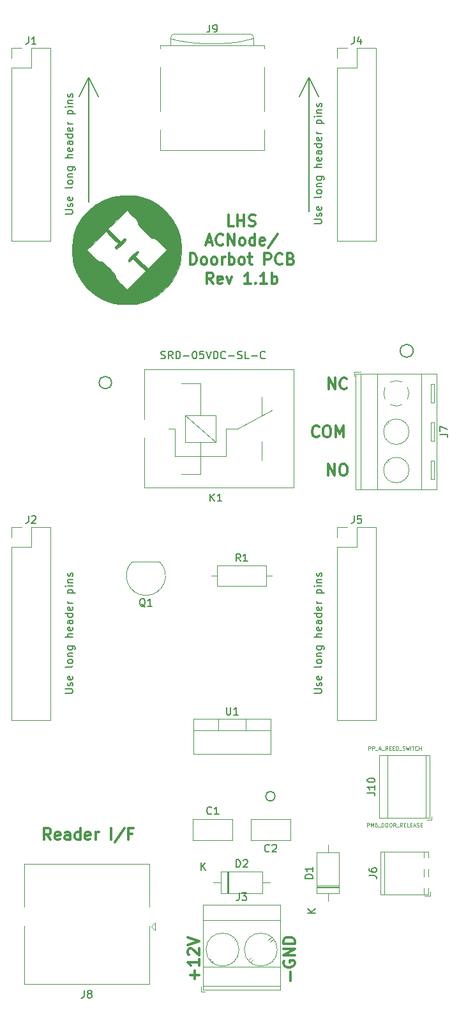
<source format=gto>
G04 #@! TF.GenerationSoftware,KiCad,Pcbnew,(5.1.12-1-10_14)*
G04 #@! TF.CreationDate,2021-11-28T16:28:55+00:00*
G04 #@! TF.ProjectId,acnode-doorbot,61636e6f-6465-42d6-946f-6f72626f742e,rev?*
G04 #@! TF.SameCoordinates,Original*
G04 #@! TF.FileFunction,Legend,Top*
G04 #@! TF.FilePolarity,Positive*
%FSLAX46Y46*%
G04 Gerber Fmt 4.6, Leading zero omitted, Abs format (unit mm)*
G04 Created by KiCad (PCBNEW (5.1.12-1-10_14)) date 2021-11-28 16:28:55*
%MOMM*%
%LPD*%
G01*
G04 APERTURE LIST*
%ADD10C,0.150000*%
%ADD11C,0.200000*%
%ADD12C,0.300000*%
%ADD13C,0.125000*%
%ADD14C,0.120000*%
%ADD15C,0.010000*%
%ADD16C,1.600000*%
%ADD17R,2.200000X2.200000*%
%ADD18O,2.200000X2.200000*%
%ADD19R,1.700000X1.700000*%
%ADD20O,1.700000X1.700000*%
%ADD21R,2.600000X2.600000*%
%ADD22C,2.600000*%
%ADD23C,1.100000*%
%ADD24C,2.200000*%
%ADD25R,2.500000X2.500000*%
%ADD26C,2.500000*%
%ADD27R,1.500000X1.500000*%
%ADD28C,1.500000*%
%ADD29C,3.250000*%
%ADD30C,2.000000*%
%ADD31R,1.450000X2.000000*%
%ADD32R,0.800000X1.500000*%
%ADD33R,2.100000X2.100000*%
%ADD34C,2.100000*%
%ADD35C,3.000000*%
%ADD36O,1.050000X1.500000*%
%ADD37R,1.050000X1.500000*%
%ADD38O,1.600000X1.600000*%
%ADD39R,1.905000X2.000000*%
%ADD40O,1.905000X2.000000*%
G04 APERTURE END LIST*
D10*
X70565238Y-81684761D02*
X70708095Y-81732380D01*
X70946190Y-81732380D01*
X71041428Y-81684761D01*
X71089047Y-81637142D01*
X71136666Y-81541904D01*
X71136666Y-81446666D01*
X71089047Y-81351428D01*
X71041428Y-81303809D01*
X70946190Y-81256190D01*
X70755714Y-81208571D01*
X70660476Y-81160952D01*
X70612857Y-81113333D01*
X70565238Y-81018095D01*
X70565238Y-80922857D01*
X70612857Y-80827619D01*
X70660476Y-80780000D01*
X70755714Y-80732380D01*
X70993809Y-80732380D01*
X71136666Y-80780000D01*
X72136666Y-81732380D02*
X71803333Y-81256190D01*
X71565238Y-81732380D02*
X71565238Y-80732380D01*
X71946190Y-80732380D01*
X72041428Y-80780000D01*
X72089047Y-80827619D01*
X72136666Y-80922857D01*
X72136666Y-81065714D01*
X72089047Y-81160952D01*
X72041428Y-81208571D01*
X71946190Y-81256190D01*
X71565238Y-81256190D01*
X72565238Y-81732380D02*
X72565238Y-80732380D01*
X72803333Y-80732380D01*
X72946190Y-80780000D01*
X73041428Y-80875238D01*
X73089047Y-80970476D01*
X73136666Y-81160952D01*
X73136666Y-81303809D01*
X73089047Y-81494285D01*
X73041428Y-81589523D01*
X72946190Y-81684761D01*
X72803333Y-81732380D01*
X72565238Y-81732380D01*
X73565238Y-81351428D02*
X74327142Y-81351428D01*
X74993809Y-80732380D02*
X75089047Y-80732380D01*
X75184285Y-80780000D01*
X75231904Y-80827619D01*
X75279523Y-80922857D01*
X75327142Y-81113333D01*
X75327142Y-81351428D01*
X75279523Y-81541904D01*
X75231904Y-81637142D01*
X75184285Y-81684761D01*
X75089047Y-81732380D01*
X74993809Y-81732380D01*
X74898571Y-81684761D01*
X74850952Y-81637142D01*
X74803333Y-81541904D01*
X74755714Y-81351428D01*
X74755714Y-81113333D01*
X74803333Y-80922857D01*
X74850952Y-80827619D01*
X74898571Y-80780000D01*
X74993809Y-80732380D01*
X76231904Y-80732380D02*
X75755714Y-80732380D01*
X75708095Y-81208571D01*
X75755714Y-81160952D01*
X75850952Y-81113333D01*
X76089047Y-81113333D01*
X76184285Y-81160952D01*
X76231904Y-81208571D01*
X76279523Y-81303809D01*
X76279523Y-81541904D01*
X76231904Y-81637142D01*
X76184285Y-81684761D01*
X76089047Y-81732380D01*
X75850952Y-81732380D01*
X75755714Y-81684761D01*
X75708095Y-81637142D01*
X76565238Y-80732380D02*
X76898571Y-81732380D01*
X77231904Y-80732380D01*
X77565238Y-81732380D02*
X77565238Y-80732380D01*
X77803333Y-80732380D01*
X77946190Y-80780000D01*
X78041428Y-80875238D01*
X78089047Y-80970476D01*
X78136666Y-81160952D01*
X78136666Y-81303809D01*
X78089047Y-81494285D01*
X78041428Y-81589523D01*
X77946190Y-81684761D01*
X77803333Y-81732380D01*
X77565238Y-81732380D01*
X79136666Y-81637142D02*
X79089047Y-81684761D01*
X78946190Y-81732380D01*
X78850952Y-81732380D01*
X78708095Y-81684761D01*
X78612857Y-81589523D01*
X78565238Y-81494285D01*
X78517619Y-81303809D01*
X78517619Y-81160952D01*
X78565238Y-80970476D01*
X78612857Y-80875238D01*
X78708095Y-80780000D01*
X78850952Y-80732380D01*
X78946190Y-80732380D01*
X79089047Y-80780000D01*
X79136666Y-80827619D01*
X79565238Y-81351428D02*
X80327142Y-81351428D01*
X80755714Y-81684761D02*
X80898571Y-81732380D01*
X81136666Y-81732380D01*
X81231904Y-81684761D01*
X81279523Y-81637142D01*
X81327142Y-81541904D01*
X81327142Y-81446666D01*
X81279523Y-81351428D01*
X81231904Y-81303809D01*
X81136666Y-81256190D01*
X80946190Y-81208571D01*
X80850952Y-81160952D01*
X80803333Y-81113333D01*
X80755714Y-81018095D01*
X80755714Y-80922857D01*
X80803333Y-80827619D01*
X80850952Y-80780000D01*
X80946190Y-80732380D01*
X81184285Y-80732380D01*
X81327142Y-80780000D01*
X82231904Y-81732380D02*
X81755714Y-81732380D01*
X81755714Y-80732380D01*
X82565238Y-81351428D02*
X83327142Y-81351428D01*
X84374761Y-81637142D02*
X84327142Y-81684761D01*
X84184285Y-81732380D01*
X84089047Y-81732380D01*
X83946190Y-81684761D01*
X83850952Y-81589523D01*
X83803333Y-81494285D01*
X83755714Y-81303809D01*
X83755714Y-81160952D01*
X83803333Y-80970476D01*
X83850952Y-80875238D01*
X83946190Y-80780000D01*
X84089047Y-80732380D01*
X84184285Y-80732380D01*
X84327142Y-80780000D01*
X84374761Y-80827619D01*
X90892380Y-126062380D02*
X91701904Y-126062380D01*
X91797142Y-126014761D01*
X91844761Y-125967142D01*
X91892380Y-125871904D01*
X91892380Y-125681428D01*
X91844761Y-125586190D01*
X91797142Y-125538571D01*
X91701904Y-125490952D01*
X90892380Y-125490952D01*
X91844761Y-125062380D02*
X91892380Y-124967142D01*
X91892380Y-124776666D01*
X91844761Y-124681428D01*
X91749523Y-124633809D01*
X91701904Y-124633809D01*
X91606666Y-124681428D01*
X91559047Y-124776666D01*
X91559047Y-124919523D01*
X91511428Y-125014761D01*
X91416190Y-125062380D01*
X91368571Y-125062380D01*
X91273333Y-125014761D01*
X91225714Y-124919523D01*
X91225714Y-124776666D01*
X91273333Y-124681428D01*
X91844761Y-123824285D02*
X91892380Y-123919523D01*
X91892380Y-124110000D01*
X91844761Y-124205238D01*
X91749523Y-124252857D01*
X91368571Y-124252857D01*
X91273333Y-124205238D01*
X91225714Y-124110000D01*
X91225714Y-123919523D01*
X91273333Y-123824285D01*
X91368571Y-123776666D01*
X91463809Y-123776666D01*
X91559047Y-124252857D01*
X91892380Y-122443333D02*
X91844761Y-122538571D01*
X91749523Y-122586190D01*
X90892380Y-122586190D01*
X91892380Y-121919523D02*
X91844761Y-122014761D01*
X91797142Y-122062380D01*
X91701904Y-122110000D01*
X91416190Y-122110000D01*
X91320952Y-122062380D01*
X91273333Y-122014761D01*
X91225714Y-121919523D01*
X91225714Y-121776666D01*
X91273333Y-121681428D01*
X91320952Y-121633809D01*
X91416190Y-121586190D01*
X91701904Y-121586190D01*
X91797142Y-121633809D01*
X91844761Y-121681428D01*
X91892380Y-121776666D01*
X91892380Y-121919523D01*
X91225714Y-121157619D02*
X91892380Y-121157619D01*
X91320952Y-121157619D02*
X91273333Y-121110000D01*
X91225714Y-121014761D01*
X91225714Y-120871904D01*
X91273333Y-120776666D01*
X91368571Y-120729047D01*
X91892380Y-120729047D01*
X91225714Y-119824285D02*
X92035238Y-119824285D01*
X92130476Y-119871904D01*
X92178095Y-119919523D01*
X92225714Y-120014761D01*
X92225714Y-120157619D01*
X92178095Y-120252857D01*
X91844761Y-119824285D02*
X91892380Y-119919523D01*
X91892380Y-120110000D01*
X91844761Y-120205238D01*
X91797142Y-120252857D01*
X91701904Y-120300476D01*
X91416190Y-120300476D01*
X91320952Y-120252857D01*
X91273333Y-120205238D01*
X91225714Y-120110000D01*
X91225714Y-119919523D01*
X91273333Y-119824285D01*
X91892380Y-118586190D02*
X90892380Y-118586190D01*
X91892380Y-118157619D02*
X91368571Y-118157619D01*
X91273333Y-118205238D01*
X91225714Y-118300476D01*
X91225714Y-118443333D01*
X91273333Y-118538571D01*
X91320952Y-118586190D01*
X91844761Y-117300476D02*
X91892380Y-117395714D01*
X91892380Y-117586190D01*
X91844761Y-117681428D01*
X91749523Y-117729047D01*
X91368571Y-117729047D01*
X91273333Y-117681428D01*
X91225714Y-117586190D01*
X91225714Y-117395714D01*
X91273333Y-117300476D01*
X91368571Y-117252857D01*
X91463809Y-117252857D01*
X91559047Y-117729047D01*
X91892380Y-116395714D02*
X91368571Y-116395714D01*
X91273333Y-116443333D01*
X91225714Y-116538571D01*
X91225714Y-116729047D01*
X91273333Y-116824285D01*
X91844761Y-116395714D02*
X91892380Y-116490952D01*
X91892380Y-116729047D01*
X91844761Y-116824285D01*
X91749523Y-116871904D01*
X91654285Y-116871904D01*
X91559047Y-116824285D01*
X91511428Y-116729047D01*
X91511428Y-116490952D01*
X91463809Y-116395714D01*
X91892380Y-115490952D02*
X90892380Y-115490952D01*
X91844761Y-115490952D02*
X91892380Y-115586190D01*
X91892380Y-115776666D01*
X91844761Y-115871904D01*
X91797142Y-115919523D01*
X91701904Y-115967142D01*
X91416190Y-115967142D01*
X91320952Y-115919523D01*
X91273333Y-115871904D01*
X91225714Y-115776666D01*
X91225714Y-115586190D01*
X91273333Y-115490952D01*
X91844761Y-114633809D02*
X91892380Y-114729047D01*
X91892380Y-114919523D01*
X91844761Y-115014761D01*
X91749523Y-115062380D01*
X91368571Y-115062380D01*
X91273333Y-115014761D01*
X91225714Y-114919523D01*
X91225714Y-114729047D01*
X91273333Y-114633809D01*
X91368571Y-114586190D01*
X91463809Y-114586190D01*
X91559047Y-115062380D01*
X91892380Y-114157619D02*
X91225714Y-114157619D01*
X91416190Y-114157619D02*
X91320952Y-114110000D01*
X91273333Y-114062380D01*
X91225714Y-113967142D01*
X91225714Y-113871904D01*
X91225714Y-112776666D02*
X92225714Y-112776666D01*
X91273333Y-112776666D02*
X91225714Y-112681428D01*
X91225714Y-112490952D01*
X91273333Y-112395714D01*
X91320952Y-112348095D01*
X91416190Y-112300476D01*
X91701904Y-112300476D01*
X91797142Y-112348095D01*
X91844761Y-112395714D01*
X91892380Y-112490952D01*
X91892380Y-112681428D01*
X91844761Y-112776666D01*
X91892380Y-111871904D02*
X91225714Y-111871904D01*
X90892380Y-111871904D02*
X90940000Y-111919523D01*
X90987619Y-111871904D01*
X90940000Y-111824285D01*
X90892380Y-111871904D01*
X90987619Y-111871904D01*
X91225714Y-111395714D02*
X91892380Y-111395714D01*
X91320952Y-111395714D02*
X91273333Y-111348095D01*
X91225714Y-111252857D01*
X91225714Y-111110000D01*
X91273333Y-111014761D01*
X91368571Y-110967142D01*
X91892380Y-110967142D01*
X91844761Y-110538571D02*
X91892380Y-110443333D01*
X91892380Y-110252857D01*
X91844761Y-110157619D01*
X91749523Y-110110000D01*
X91701904Y-110110000D01*
X91606666Y-110157619D01*
X91559047Y-110252857D01*
X91559047Y-110395714D01*
X91511428Y-110490952D01*
X91416190Y-110538571D01*
X91368571Y-110538571D01*
X91273333Y-110490952D01*
X91225714Y-110395714D01*
X91225714Y-110252857D01*
X91273333Y-110157619D01*
X90892380Y-63832380D02*
X91701904Y-63832380D01*
X91797142Y-63784761D01*
X91844761Y-63737142D01*
X91892380Y-63641904D01*
X91892380Y-63451428D01*
X91844761Y-63356190D01*
X91797142Y-63308571D01*
X91701904Y-63260952D01*
X90892380Y-63260952D01*
X91844761Y-62832380D02*
X91892380Y-62737142D01*
X91892380Y-62546666D01*
X91844761Y-62451428D01*
X91749523Y-62403809D01*
X91701904Y-62403809D01*
X91606666Y-62451428D01*
X91559047Y-62546666D01*
X91559047Y-62689523D01*
X91511428Y-62784761D01*
X91416190Y-62832380D01*
X91368571Y-62832380D01*
X91273333Y-62784761D01*
X91225714Y-62689523D01*
X91225714Y-62546666D01*
X91273333Y-62451428D01*
X91844761Y-61594285D02*
X91892380Y-61689523D01*
X91892380Y-61880000D01*
X91844761Y-61975238D01*
X91749523Y-62022857D01*
X91368571Y-62022857D01*
X91273333Y-61975238D01*
X91225714Y-61880000D01*
X91225714Y-61689523D01*
X91273333Y-61594285D01*
X91368571Y-61546666D01*
X91463809Y-61546666D01*
X91559047Y-62022857D01*
X91892380Y-60213333D02*
X91844761Y-60308571D01*
X91749523Y-60356190D01*
X90892380Y-60356190D01*
X91892380Y-59689523D02*
X91844761Y-59784761D01*
X91797142Y-59832380D01*
X91701904Y-59880000D01*
X91416190Y-59880000D01*
X91320952Y-59832380D01*
X91273333Y-59784761D01*
X91225714Y-59689523D01*
X91225714Y-59546666D01*
X91273333Y-59451428D01*
X91320952Y-59403809D01*
X91416190Y-59356190D01*
X91701904Y-59356190D01*
X91797142Y-59403809D01*
X91844761Y-59451428D01*
X91892380Y-59546666D01*
X91892380Y-59689523D01*
X91225714Y-58927619D02*
X91892380Y-58927619D01*
X91320952Y-58927619D02*
X91273333Y-58880000D01*
X91225714Y-58784761D01*
X91225714Y-58641904D01*
X91273333Y-58546666D01*
X91368571Y-58499047D01*
X91892380Y-58499047D01*
X91225714Y-57594285D02*
X92035238Y-57594285D01*
X92130476Y-57641904D01*
X92178095Y-57689523D01*
X92225714Y-57784761D01*
X92225714Y-57927619D01*
X92178095Y-58022857D01*
X91844761Y-57594285D02*
X91892380Y-57689523D01*
X91892380Y-57880000D01*
X91844761Y-57975238D01*
X91797142Y-58022857D01*
X91701904Y-58070476D01*
X91416190Y-58070476D01*
X91320952Y-58022857D01*
X91273333Y-57975238D01*
X91225714Y-57880000D01*
X91225714Y-57689523D01*
X91273333Y-57594285D01*
X91892380Y-56356190D02*
X90892380Y-56356190D01*
X91892380Y-55927619D02*
X91368571Y-55927619D01*
X91273333Y-55975238D01*
X91225714Y-56070476D01*
X91225714Y-56213333D01*
X91273333Y-56308571D01*
X91320952Y-56356190D01*
X91844761Y-55070476D02*
X91892380Y-55165714D01*
X91892380Y-55356190D01*
X91844761Y-55451428D01*
X91749523Y-55499047D01*
X91368571Y-55499047D01*
X91273333Y-55451428D01*
X91225714Y-55356190D01*
X91225714Y-55165714D01*
X91273333Y-55070476D01*
X91368571Y-55022857D01*
X91463809Y-55022857D01*
X91559047Y-55499047D01*
X91892380Y-54165714D02*
X91368571Y-54165714D01*
X91273333Y-54213333D01*
X91225714Y-54308571D01*
X91225714Y-54499047D01*
X91273333Y-54594285D01*
X91844761Y-54165714D02*
X91892380Y-54260952D01*
X91892380Y-54499047D01*
X91844761Y-54594285D01*
X91749523Y-54641904D01*
X91654285Y-54641904D01*
X91559047Y-54594285D01*
X91511428Y-54499047D01*
X91511428Y-54260952D01*
X91463809Y-54165714D01*
X91892380Y-53260952D02*
X90892380Y-53260952D01*
X91844761Y-53260952D02*
X91892380Y-53356190D01*
X91892380Y-53546666D01*
X91844761Y-53641904D01*
X91797142Y-53689523D01*
X91701904Y-53737142D01*
X91416190Y-53737142D01*
X91320952Y-53689523D01*
X91273333Y-53641904D01*
X91225714Y-53546666D01*
X91225714Y-53356190D01*
X91273333Y-53260952D01*
X91844761Y-52403809D02*
X91892380Y-52499047D01*
X91892380Y-52689523D01*
X91844761Y-52784761D01*
X91749523Y-52832380D01*
X91368571Y-52832380D01*
X91273333Y-52784761D01*
X91225714Y-52689523D01*
X91225714Y-52499047D01*
X91273333Y-52403809D01*
X91368571Y-52356190D01*
X91463809Y-52356190D01*
X91559047Y-52832380D01*
X91892380Y-51927619D02*
X91225714Y-51927619D01*
X91416190Y-51927619D02*
X91320952Y-51880000D01*
X91273333Y-51832380D01*
X91225714Y-51737142D01*
X91225714Y-51641904D01*
X91225714Y-50546666D02*
X92225714Y-50546666D01*
X91273333Y-50546666D02*
X91225714Y-50451428D01*
X91225714Y-50260952D01*
X91273333Y-50165714D01*
X91320952Y-50118095D01*
X91416190Y-50070476D01*
X91701904Y-50070476D01*
X91797142Y-50118095D01*
X91844761Y-50165714D01*
X91892380Y-50260952D01*
X91892380Y-50451428D01*
X91844761Y-50546666D01*
X91892380Y-49641904D02*
X91225714Y-49641904D01*
X90892380Y-49641904D02*
X90940000Y-49689523D01*
X90987619Y-49641904D01*
X90940000Y-49594285D01*
X90892380Y-49641904D01*
X90987619Y-49641904D01*
X91225714Y-49165714D02*
X91892380Y-49165714D01*
X91320952Y-49165714D02*
X91273333Y-49118095D01*
X91225714Y-49022857D01*
X91225714Y-48880000D01*
X91273333Y-48784761D01*
X91368571Y-48737142D01*
X91892380Y-48737142D01*
X91844761Y-48308571D02*
X91892380Y-48213333D01*
X91892380Y-48022857D01*
X91844761Y-47927619D01*
X91749523Y-47880000D01*
X91701904Y-47880000D01*
X91606666Y-47927619D01*
X91559047Y-48022857D01*
X91559047Y-48165714D01*
X91511428Y-48260952D01*
X91416190Y-48308571D01*
X91368571Y-48308571D01*
X91273333Y-48260952D01*
X91225714Y-48165714D01*
X91225714Y-48022857D01*
X91273333Y-47927619D01*
X57872380Y-62562380D02*
X58681904Y-62562380D01*
X58777142Y-62514761D01*
X58824761Y-62467142D01*
X58872380Y-62371904D01*
X58872380Y-62181428D01*
X58824761Y-62086190D01*
X58777142Y-62038571D01*
X58681904Y-61990952D01*
X57872380Y-61990952D01*
X58824761Y-61562380D02*
X58872380Y-61467142D01*
X58872380Y-61276666D01*
X58824761Y-61181428D01*
X58729523Y-61133809D01*
X58681904Y-61133809D01*
X58586666Y-61181428D01*
X58539047Y-61276666D01*
X58539047Y-61419523D01*
X58491428Y-61514761D01*
X58396190Y-61562380D01*
X58348571Y-61562380D01*
X58253333Y-61514761D01*
X58205714Y-61419523D01*
X58205714Y-61276666D01*
X58253333Y-61181428D01*
X58824761Y-60324285D02*
X58872380Y-60419523D01*
X58872380Y-60610000D01*
X58824761Y-60705238D01*
X58729523Y-60752857D01*
X58348571Y-60752857D01*
X58253333Y-60705238D01*
X58205714Y-60610000D01*
X58205714Y-60419523D01*
X58253333Y-60324285D01*
X58348571Y-60276666D01*
X58443809Y-60276666D01*
X58539047Y-60752857D01*
X58872380Y-58943333D02*
X58824761Y-59038571D01*
X58729523Y-59086190D01*
X57872380Y-59086190D01*
X58872380Y-58419523D02*
X58824761Y-58514761D01*
X58777142Y-58562380D01*
X58681904Y-58610000D01*
X58396190Y-58610000D01*
X58300952Y-58562380D01*
X58253333Y-58514761D01*
X58205714Y-58419523D01*
X58205714Y-58276666D01*
X58253333Y-58181428D01*
X58300952Y-58133809D01*
X58396190Y-58086190D01*
X58681904Y-58086190D01*
X58777142Y-58133809D01*
X58824761Y-58181428D01*
X58872380Y-58276666D01*
X58872380Y-58419523D01*
X58205714Y-57657619D02*
X58872380Y-57657619D01*
X58300952Y-57657619D02*
X58253333Y-57610000D01*
X58205714Y-57514761D01*
X58205714Y-57371904D01*
X58253333Y-57276666D01*
X58348571Y-57229047D01*
X58872380Y-57229047D01*
X58205714Y-56324285D02*
X59015238Y-56324285D01*
X59110476Y-56371904D01*
X59158095Y-56419523D01*
X59205714Y-56514761D01*
X59205714Y-56657619D01*
X59158095Y-56752857D01*
X58824761Y-56324285D02*
X58872380Y-56419523D01*
X58872380Y-56610000D01*
X58824761Y-56705238D01*
X58777142Y-56752857D01*
X58681904Y-56800476D01*
X58396190Y-56800476D01*
X58300952Y-56752857D01*
X58253333Y-56705238D01*
X58205714Y-56610000D01*
X58205714Y-56419523D01*
X58253333Y-56324285D01*
X58872380Y-55086190D02*
X57872380Y-55086190D01*
X58872380Y-54657619D02*
X58348571Y-54657619D01*
X58253333Y-54705238D01*
X58205714Y-54800476D01*
X58205714Y-54943333D01*
X58253333Y-55038571D01*
X58300952Y-55086190D01*
X58824761Y-53800476D02*
X58872380Y-53895714D01*
X58872380Y-54086190D01*
X58824761Y-54181428D01*
X58729523Y-54229047D01*
X58348571Y-54229047D01*
X58253333Y-54181428D01*
X58205714Y-54086190D01*
X58205714Y-53895714D01*
X58253333Y-53800476D01*
X58348571Y-53752857D01*
X58443809Y-53752857D01*
X58539047Y-54229047D01*
X58872380Y-52895714D02*
X58348571Y-52895714D01*
X58253333Y-52943333D01*
X58205714Y-53038571D01*
X58205714Y-53229047D01*
X58253333Y-53324285D01*
X58824761Y-52895714D02*
X58872380Y-52990952D01*
X58872380Y-53229047D01*
X58824761Y-53324285D01*
X58729523Y-53371904D01*
X58634285Y-53371904D01*
X58539047Y-53324285D01*
X58491428Y-53229047D01*
X58491428Y-52990952D01*
X58443809Y-52895714D01*
X58872380Y-51990952D02*
X57872380Y-51990952D01*
X58824761Y-51990952D02*
X58872380Y-52086190D01*
X58872380Y-52276666D01*
X58824761Y-52371904D01*
X58777142Y-52419523D01*
X58681904Y-52467142D01*
X58396190Y-52467142D01*
X58300952Y-52419523D01*
X58253333Y-52371904D01*
X58205714Y-52276666D01*
X58205714Y-52086190D01*
X58253333Y-51990952D01*
X58824761Y-51133809D02*
X58872380Y-51229047D01*
X58872380Y-51419523D01*
X58824761Y-51514761D01*
X58729523Y-51562380D01*
X58348571Y-51562380D01*
X58253333Y-51514761D01*
X58205714Y-51419523D01*
X58205714Y-51229047D01*
X58253333Y-51133809D01*
X58348571Y-51086190D01*
X58443809Y-51086190D01*
X58539047Y-51562380D01*
X58872380Y-50657619D02*
X58205714Y-50657619D01*
X58396190Y-50657619D02*
X58300952Y-50610000D01*
X58253333Y-50562380D01*
X58205714Y-50467142D01*
X58205714Y-50371904D01*
X58205714Y-49276666D02*
X59205714Y-49276666D01*
X58253333Y-49276666D02*
X58205714Y-49181428D01*
X58205714Y-48990952D01*
X58253333Y-48895714D01*
X58300952Y-48848095D01*
X58396190Y-48800476D01*
X58681904Y-48800476D01*
X58777142Y-48848095D01*
X58824761Y-48895714D01*
X58872380Y-48990952D01*
X58872380Y-49181428D01*
X58824761Y-49276666D01*
X58872380Y-48371904D02*
X58205714Y-48371904D01*
X57872380Y-48371904D02*
X57920000Y-48419523D01*
X57967619Y-48371904D01*
X57920000Y-48324285D01*
X57872380Y-48371904D01*
X57967619Y-48371904D01*
X58205714Y-47895714D02*
X58872380Y-47895714D01*
X58300952Y-47895714D02*
X58253333Y-47848095D01*
X58205714Y-47752857D01*
X58205714Y-47610000D01*
X58253333Y-47514761D01*
X58348571Y-47467142D01*
X58872380Y-47467142D01*
X58824761Y-47038571D02*
X58872380Y-46943333D01*
X58872380Y-46752857D01*
X58824761Y-46657619D01*
X58729523Y-46610000D01*
X58681904Y-46610000D01*
X58586666Y-46657619D01*
X58539047Y-46752857D01*
X58539047Y-46895714D01*
X58491428Y-46990952D01*
X58396190Y-47038571D01*
X58348571Y-47038571D01*
X58253333Y-46990952D01*
X58205714Y-46895714D01*
X58205714Y-46752857D01*
X58253333Y-46657619D01*
X57872380Y-126062380D02*
X58681904Y-126062380D01*
X58777142Y-126014761D01*
X58824761Y-125967142D01*
X58872380Y-125871904D01*
X58872380Y-125681428D01*
X58824761Y-125586190D01*
X58777142Y-125538571D01*
X58681904Y-125490952D01*
X57872380Y-125490952D01*
X58824761Y-125062380D02*
X58872380Y-124967142D01*
X58872380Y-124776666D01*
X58824761Y-124681428D01*
X58729523Y-124633809D01*
X58681904Y-124633809D01*
X58586666Y-124681428D01*
X58539047Y-124776666D01*
X58539047Y-124919523D01*
X58491428Y-125014761D01*
X58396190Y-125062380D01*
X58348571Y-125062380D01*
X58253333Y-125014761D01*
X58205714Y-124919523D01*
X58205714Y-124776666D01*
X58253333Y-124681428D01*
X58824761Y-123824285D02*
X58872380Y-123919523D01*
X58872380Y-124110000D01*
X58824761Y-124205238D01*
X58729523Y-124252857D01*
X58348571Y-124252857D01*
X58253333Y-124205238D01*
X58205714Y-124110000D01*
X58205714Y-123919523D01*
X58253333Y-123824285D01*
X58348571Y-123776666D01*
X58443809Y-123776666D01*
X58539047Y-124252857D01*
X58872380Y-122443333D02*
X58824761Y-122538571D01*
X58729523Y-122586190D01*
X57872380Y-122586190D01*
X58872380Y-121919523D02*
X58824761Y-122014761D01*
X58777142Y-122062380D01*
X58681904Y-122110000D01*
X58396190Y-122110000D01*
X58300952Y-122062380D01*
X58253333Y-122014761D01*
X58205714Y-121919523D01*
X58205714Y-121776666D01*
X58253333Y-121681428D01*
X58300952Y-121633809D01*
X58396190Y-121586190D01*
X58681904Y-121586190D01*
X58777142Y-121633809D01*
X58824761Y-121681428D01*
X58872380Y-121776666D01*
X58872380Y-121919523D01*
X58205714Y-121157619D02*
X58872380Y-121157619D01*
X58300952Y-121157619D02*
X58253333Y-121110000D01*
X58205714Y-121014761D01*
X58205714Y-120871904D01*
X58253333Y-120776666D01*
X58348571Y-120729047D01*
X58872380Y-120729047D01*
X58205714Y-119824285D02*
X59015238Y-119824285D01*
X59110476Y-119871904D01*
X59158095Y-119919523D01*
X59205714Y-120014761D01*
X59205714Y-120157619D01*
X59158095Y-120252857D01*
X58824761Y-119824285D02*
X58872380Y-119919523D01*
X58872380Y-120110000D01*
X58824761Y-120205238D01*
X58777142Y-120252857D01*
X58681904Y-120300476D01*
X58396190Y-120300476D01*
X58300952Y-120252857D01*
X58253333Y-120205238D01*
X58205714Y-120110000D01*
X58205714Y-119919523D01*
X58253333Y-119824285D01*
X58872380Y-118586190D02*
X57872380Y-118586190D01*
X58872380Y-118157619D02*
X58348571Y-118157619D01*
X58253333Y-118205238D01*
X58205714Y-118300476D01*
X58205714Y-118443333D01*
X58253333Y-118538571D01*
X58300952Y-118586190D01*
X58824761Y-117300476D02*
X58872380Y-117395714D01*
X58872380Y-117586190D01*
X58824761Y-117681428D01*
X58729523Y-117729047D01*
X58348571Y-117729047D01*
X58253333Y-117681428D01*
X58205714Y-117586190D01*
X58205714Y-117395714D01*
X58253333Y-117300476D01*
X58348571Y-117252857D01*
X58443809Y-117252857D01*
X58539047Y-117729047D01*
X58872380Y-116395714D02*
X58348571Y-116395714D01*
X58253333Y-116443333D01*
X58205714Y-116538571D01*
X58205714Y-116729047D01*
X58253333Y-116824285D01*
X58824761Y-116395714D02*
X58872380Y-116490952D01*
X58872380Y-116729047D01*
X58824761Y-116824285D01*
X58729523Y-116871904D01*
X58634285Y-116871904D01*
X58539047Y-116824285D01*
X58491428Y-116729047D01*
X58491428Y-116490952D01*
X58443809Y-116395714D01*
X58872380Y-115490952D02*
X57872380Y-115490952D01*
X58824761Y-115490952D02*
X58872380Y-115586190D01*
X58872380Y-115776666D01*
X58824761Y-115871904D01*
X58777142Y-115919523D01*
X58681904Y-115967142D01*
X58396190Y-115967142D01*
X58300952Y-115919523D01*
X58253333Y-115871904D01*
X58205714Y-115776666D01*
X58205714Y-115586190D01*
X58253333Y-115490952D01*
X58824761Y-114633809D02*
X58872380Y-114729047D01*
X58872380Y-114919523D01*
X58824761Y-115014761D01*
X58729523Y-115062380D01*
X58348571Y-115062380D01*
X58253333Y-115014761D01*
X58205714Y-114919523D01*
X58205714Y-114729047D01*
X58253333Y-114633809D01*
X58348571Y-114586190D01*
X58443809Y-114586190D01*
X58539047Y-115062380D01*
X58872380Y-114157619D02*
X58205714Y-114157619D01*
X58396190Y-114157619D02*
X58300952Y-114110000D01*
X58253333Y-114062380D01*
X58205714Y-113967142D01*
X58205714Y-113871904D01*
X58205714Y-112776666D02*
X59205714Y-112776666D01*
X58253333Y-112776666D02*
X58205714Y-112681428D01*
X58205714Y-112490952D01*
X58253333Y-112395714D01*
X58300952Y-112348095D01*
X58396190Y-112300476D01*
X58681904Y-112300476D01*
X58777142Y-112348095D01*
X58824761Y-112395714D01*
X58872380Y-112490952D01*
X58872380Y-112681428D01*
X58824761Y-112776666D01*
X58872380Y-111871904D02*
X58205714Y-111871904D01*
X57872380Y-111871904D02*
X57920000Y-111919523D01*
X57967619Y-111871904D01*
X57920000Y-111824285D01*
X57872380Y-111871904D01*
X57967619Y-111871904D01*
X58205714Y-111395714D02*
X58872380Y-111395714D01*
X58300952Y-111395714D02*
X58253333Y-111348095D01*
X58205714Y-111252857D01*
X58205714Y-111110000D01*
X58253333Y-111014761D01*
X58348571Y-110967142D01*
X58872380Y-110967142D01*
X58824761Y-110538571D02*
X58872380Y-110443333D01*
X58872380Y-110252857D01*
X58824761Y-110157619D01*
X58729523Y-110110000D01*
X58681904Y-110110000D01*
X58586666Y-110157619D01*
X58539047Y-110252857D01*
X58539047Y-110395714D01*
X58491428Y-110490952D01*
X58396190Y-110538571D01*
X58348571Y-110538571D01*
X58253333Y-110490952D01*
X58205714Y-110395714D01*
X58205714Y-110252857D01*
X58253333Y-110157619D01*
D11*
X90170000Y-44450000D02*
X91440000Y-46990000D01*
X90170000Y-44450000D02*
X88900000Y-46990000D01*
X90170000Y-62230000D02*
X90170000Y-44450000D01*
X60960000Y-44450000D02*
X62230000Y-46990000D01*
X60960000Y-44450000D02*
X59690000Y-46990000D01*
X60960000Y-60960000D02*
X60960000Y-44450000D01*
D12*
X91531428Y-91975714D02*
X91460000Y-92047142D01*
X91245714Y-92118571D01*
X91102857Y-92118571D01*
X90888571Y-92047142D01*
X90745714Y-91904285D01*
X90674285Y-91761428D01*
X90602857Y-91475714D01*
X90602857Y-91261428D01*
X90674285Y-90975714D01*
X90745714Y-90832857D01*
X90888571Y-90690000D01*
X91102857Y-90618571D01*
X91245714Y-90618571D01*
X91460000Y-90690000D01*
X91531428Y-90761428D01*
X92460000Y-90618571D02*
X92745714Y-90618571D01*
X92888571Y-90690000D01*
X93031428Y-90832857D01*
X93102857Y-91118571D01*
X93102857Y-91618571D01*
X93031428Y-91904285D01*
X92888571Y-92047142D01*
X92745714Y-92118571D01*
X92460000Y-92118571D01*
X92317142Y-92047142D01*
X92174285Y-91904285D01*
X92102857Y-91618571D01*
X92102857Y-91118571D01*
X92174285Y-90832857D01*
X92317142Y-90690000D01*
X92460000Y-90618571D01*
X93745714Y-92118571D02*
X93745714Y-90618571D01*
X94245714Y-91690000D01*
X94745714Y-90618571D01*
X94745714Y-92118571D01*
X92801428Y-85768571D02*
X92801428Y-84268571D01*
X93658571Y-85768571D01*
X93658571Y-84268571D01*
X95230000Y-85625714D02*
X95158571Y-85697142D01*
X94944285Y-85768571D01*
X94801428Y-85768571D01*
X94587142Y-85697142D01*
X94444285Y-85554285D01*
X94372857Y-85411428D01*
X94301428Y-85125714D01*
X94301428Y-84911428D01*
X94372857Y-84625714D01*
X94444285Y-84482857D01*
X94587142Y-84340000D01*
X94801428Y-84268571D01*
X94944285Y-84268571D01*
X95158571Y-84340000D01*
X95230000Y-84411428D01*
X92765714Y-97198571D02*
X92765714Y-95698571D01*
X93622857Y-97198571D01*
X93622857Y-95698571D01*
X94622857Y-95698571D02*
X94908571Y-95698571D01*
X95051428Y-95770000D01*
X95194285Y-95912857D01*
X95265714Y-96198571D01*
X95265714Y-96698571D01*
X95194285Y-96984285D01*
X95051428Y-97127142D01*
X94908571Y-97198571D01*
X94622857Y-97198571D01*
X94480000Y-97127142D01*
X94337142Y-96984285D01*
X94265714Y-96698571D01*
X94265714Y-96198571D01*
X94337142Y-95912857D01*
X94480000Y-95770000D01*
X94622857Y-95698571D01*
X55960000Y-145458571D02*
X55460000Y-144744285D01*
X55102857Y-145458571D02*
X55102857Y-143958571D01*
X55674285Y-143958571D01*
X55817142Y-144030000D01*
X55888571Y-144101428D01*
X55960000Y-144244285D01*
X55960000Y-144458571D01*
X55888571Y-144601428D01*
X55817142Y-144672857D01*
X55674285Y-144744285D01*
X55102857Y-144744285D01*
X57174285Y-145387142D02*
X57031428Y-145458571D01*
X56745714Y-145458571D01*
X56602857Y-145387142D01*
X56531428Y-145244285D01*
X56531428Y-144672857D01*
X56602857Y-144530000D01*
X56745714Y-144458571D01*
X57031428Y-144458571D01*
X57174285Y-144530000D01*
X57245714Y-144672857D01*
X57245714Y-144815714D01*
X56531428Y-144958571D01*
X58531428Y-145458571D02*
X58531428Y-144672857D01*
X58460000Y-144530000D01*
X58317142Y-144458571D01*
X58031428Y-144458571D01*
X57888571Y-144530000D01*
X58531428Y-145387142D02*
X58388571Y-145458571D01*
X58031428Y-145458571D01*
X57888571Y-145387142D01*
X57817142Y-145244285D01*
X57817142Y-145101428D01*
X57888571Y-144958571D01*
X58031428Y-144887142D01*
X58388571Y-144887142D01*
X58531428Y-144815714D01*
X59888571Y-145458571D02*
X59888571Y-143958571D01*
X59888571Y-145387142D02*
X59745714Y-145458571D01*
X59460000Y-145458571D01*
X59317142Y-145387142D01*
X59245714Y-145315714D01*
X59174285Y-145172857D01*
X59174285Y-144744285D01*
X59245714Y-144601428D01*
X59317142Y-144530000D01*
X59460000Y-144458571D01*
X59745714Y-144458571D01*
X59888571Y-144530000D01*
X61174285Y-145387142D02*
X61031428Y-145458571D01*
X60745714Y-145458571D01*
X60602857Y-145387142D01*
X60531428Y-145244285D01*
X60531428Y-144672857D01*
X60602857Y-144530000D01*
X60745714Y-144458571D01*
X61031428Y-144458571D01*
X61174285Y-144530000D01*
X61245714Y-144672857D01*
X61245714Y-144815714D01*
X60531428Y-144958571D01*
X61888571Y-145458571D02*
X61888571Y-144458571D01*
X61888571Y-144744285D02*
X61960000Y-144601428D01*
X62031428Y-144530000D01*
X62174285Y-144458571D01*
X62317142Y-144458571D01*
X63960000Y-145458571D02*
X63960000Y-143958571D01*
X65745714Y-143887142D02*
X64460000Y-145815714D01*
X66745714Y-144672857D02*
X66245714Y-144672857D01*
X66245714Y-145458571D02*
X66245714Y-143958571D01*
X66960000Y-143958571D01*
X87737142Y-164147142D02*
X87737142Y-163004285D01*
X86880000Y-161504285D02*
X86808571Y-161647142D01*
X86808571Y-161861428D01*
X86880000Y-162075714D01*
X87022857Y-162218571D01*
X87165714Y-162290000D01*
X87451428Y-162361428D01*
X87665714Y-162361428D01*
X87951428Y-162290000D01*
X88094285Y-162218571D01*
X88237142Y-162075714D01*
X88308571Y-161861428D01*
X88308571Y-161718571D01*
X88237142Y-161504285D01*
X88165714Y-161432857D01*
X87665714Y-161432857D01*
X87665714Y-161718571D01*
X88308571Y-160790000D02*
X86808571Y-160790000D01*
X88308571Y-159932857D01*
X86808571Y-159932857D01*
X88308571Y-159218571D02*
X86808571Y-159218571D01*
X86808571Y-158861428D01*
X86880000Y-158647142D01*
X87022857Y-158504285D01*
X87165714Y-158432857D01*
X87451428Y-158361428D01*
X87665714Y-158361428D01*
X87951428Y-158432857D01*
X88094285Y-158504285D01*
X88237142Y-158647142D01*
X88308571Y-158861428D01*
X88308571Y-159218571D01*
X75037142Y-163932857D02*
X75037142Y-162790000D01*
X75608571Y-163361428D02*
X74465714Y-163361428D01*
X75608571Y-161290000D02*
X75608571Y-162147142D01*
X75608571Y-161718571D02*
X74108571Y-161718571D01*
X74322857Y-161861428D01*
X74465714Y-162004285D01*
X74537142Y-162147142D01*
X74251428Y-160718571D02*
X74180000Y-160647142D01*
X74108571Y-160504285D01*
X74108571Y-160147142D01*
X74180000Y-160004285D01*
X74251428Y-159932857D01*
X74394285Y-159861428D01*
X74537142Y-159861428D01*
X74751428Y-159932857D01*
X75608571Y-160790000D01*
X75608571Y-159861428D01*
X74108571Y-159432857D02*
X75608571Y-158932857D01*
X74108571Y-158432857D01*
D13*
X98111904Y-133576190D02*
X98111904Y-133076190D01*
X98302380Y-133076190D01*
X98350000Y-133100000D01*
X98373809Y-133123809D01*
X98397619Y-133171428D01*
X98397619Y-133242857D01*
X98373809Y-133290476D01*
X98350000Y-133314285D01*
X98302380Y-133338095D01*
X98111904Y-133338095D01*
X98611904Y-133576190D02*
X98611904Y-133076190D01*
X98802380Y-133076190D01*
X98850000Y-133100000D01*
X98873809Y-133123809D01*
X98897619Y-133171428D01*
X98897619Y-133242857D01*
X98873809Y-133290476D01*
X98850000Y-133314285D01*
X98802380Y-133338095D01*
X98611904Y-133338095D01*
X98992857Y-133623809D02*
X99373809Y-133623809D01*
X99707142Y-133242857D02*
X99707142Y-133576190D01*
X99588095Y-133052380D02*
X99469047Y-133409523D01*
X99778571Y-133409523D01*
X99850000Y-133623809D02*
X100230952Y-133623809D01*
X100635714Y-133576190D02*
X100469047Y-133338095D01*
X100350000Y-133576190D02*
X100350000Y-133076190D01*
X100540476Y-133076190D01*
X100588095Y-133100000D01*
X100611904Y-133123809D01*
X100635714Y-133171428D01*
X100635714Y-133242857D01*
X100611904Y-133290476D01*
X100588095Y-133314285D01*
X100540476Y-133338095D01*
X100350000Y-133338095D01*
X100850000Y-133314285D02*
X101016666Y-133314285D01*
X101088095Y-133576190D02*
X100850000Y-133576190D01*
X100850000Y-133076190D01*
X101088095Y-133076190D01*
X101302380Y-133314285D02*
X101469047Y-133314285D01*
X101540476Y-133576190D02*
X101302380Y-133576190D01*
X101302380Y-133076190D01*
X101540476Y-133076190D01*
X101754761Y-133576190D02*
X101754761Y-133076190D01*
X101873809Y-133076190D01*
X101945238Y-133100000D01*
X101992857Y-133147619D01*
X102016666Y-133195238D01*
X102040476Y-133290476D01*
X102040476Y-133361904D01*
X102016666Y-133457142D01*
X101992857Y-133504761D01*
X101945238Y-133552380D01*
X101873809Y-133576190D01*
X101754761Y-133576190D01*
X102135714Y-133623809D02*
X102516666Y-133623809D01*
X102611904Y-133552380D02*
X102683333Y-133576190D01*
X102802380Y-133576190D01*
X102850000Y-133552380D01*
X102873809Y-133528571D01*
X102897619Y-133480952D01*
X102897619Y-133433333D01*
X102873809Y-133385714D01*
X102850000Y-133361904D01*
X102802380Y-133338095D01*
X102707142Y-133314285D01*
X102659523Y-133290476D01*
X102635714Y-133266666D01*
X102611904Y-133219047D01*
X102611904Y-133171428D01*
X102635714Y-133123809D01*
X102659523Y-133100000D01*
X102707142Y-133076190D01*
X102826190Y-133076190D01*
X102897619Y-133100000D01*
X103064285Y-133076190D02*
X103183333Y-133576190D01*
X103278571Y-133219047D01*
X103373809Y-133576190D01*
X103492857Y-133076190D01*
X103683333Y-133576190D02*
X103683333Y-133076190D01*
X103850000Y-133076190D02*
X104135714Y-133076190D01*
X103992857Y-133576190D02*
X103992857Y-133076190D01*
X104588095Y-133528571D02*
X104564285Y-133552380D01*
X104492857Y-133576190D01*
X104445238Y-133576190D01*
X104373809Y-133552380D01*
X104326190Y-133504761D01*
X104302380Y-133457142D01*
X104278571Y-133361904D01*
X104278571Y-133290476D01*
X104302380Y-133195238D01*
X104326190Y-133147619D01*
X104373809Y-133100000D01*
X104445238Y-133076190D01*
X104492857Y-133076190D01*
X104564285Y-133100000D01*
X104588095Y-133123809D01*
X104802380Y-133576190D02*
X104802380Y-133076190D01*
X104802380Y-133314285D02*
X105088095Y-133314285D01*
X105088095Y-133576190D02*
X105088095Y-133076190D01*
X97923988Y-143736190D02*
X97923988Y-143236190D01*
X98114464Y-143236190D01*
X98162083Y-143260000D01*
X98185892Y-143283809D01*
X98209702Y-143331428D01*
X98209702Y-143402857D01*
X98185892Y-143450476D01*
X98162083Y-143474285D01*
X98114464Y-143498095D01*
X97923988Y-143498095D01*
X98423988Y-143736190D02*
X98423988Y-143236190D01*
X98590654Y-143593333D01*
X98757321Y-143236190D01*
X98757321Y-143736190D01*
X99209702Y-143236190D02*
X99114464Y-143236190D01*
X99066845Y-143260000D01*
X99043035Y-143283809D01*
X98995416Y-143355238D01*
X98971607Y-143450476D01*
X98971607Y-143640952D01*
X98995416Y-143688571D01*
X99019226Y-143712380D01*
X99066845Y-143736190D01*
X99162083Y-143736190D01*
X99209702Y-143712380D01*
X99233511Y-143688571D01*
X99257321Y-143640952D01*
X99257321Y-143521904D01*
X99233511Y-143474285D01*
X99209702Y-143450476D01*
X99162083Y-143426666D01*
X99066845Y-143426666D01*
X99019226Y-143450476D01*
X98995416Y-143474285D01*
X98971607Y-143521904D01*
X99352559Y-143783809D02*
X99733511Y-143783809D01*
X99852559Y-143736190D02*
X99852559Y-143236190D01*
X99971607Y-143236190D01*
X100043035Y-143260000D01*
X100090654Y-143307619D01*
X100114464Y-143355238D01*
X100138273Y-143450476D01*
X100138273Y-143521904D01*
X100114464Y-143617142D01*
X100090654Y-143664761D01*
X100043035Y-143712380D01*
X99971607Y-143736190D01*
X99852559Y-143736190D01*
X100447797Y-143236190D02*
X100543035Y-143236190D01*
X100590654Y-143260000D01*
X100638273Y-143307619D01*
X100662083Y-143402857D01*
X100662083Y-143569523D01*
X100638273Y-143664761D01*
X100590654Y-143712380D01*
X100543035Y-143736190D01*
X100447797Y-143736190D01*
X100400178Y-143712380D01*
X100352559Y-143664761D01*
X100328750Y-143569523D01*
X100328750Y-143402857D01*
X100352559Y-143307619D01*
X100400178Y-143260000D01*
X100447797Y-143236190D01*
X100971607Y-143236190D02*
X101066845Y-143236190D01*
X101114464Y-143260000D01*
X101162083Y-143307619D01*
X101185892Y-143402857D01*
X101185892Y-143569523D01*
X101162083Y-143664761D01*
X101114464Y-143712380D01*
X101066845Y-143736190D01*
X100971607Y-143736190D01*
X100923988Y-143712380D01*
X100876369Y-143664761D01*
X100852559Y-143569523D01*
X100852559Y-143402857D01*
X100876369Y-143307619D01*
X100923988Y-143260000D01*
X100971607Y-143236190D01*
X101685892Y-143736190D02*
X101519226Y-143498095D01*
X101400178Y-143736190D02*
X101400178Y-143236190D01*
X101590654Y-143236190D01*
X101638273Y-143260000D01*
X101662083Y-143283809D01*
X101685892Y-143331428D01*
X101685892Y-143402857D01*
X101662083Y-143450476D01*
X101638273Y-143474285D01*
X101590654Y-143498095D01*
X101400178Y-143498095D01*
X101781130Y-143783809D02*
X102162083Y-143783809D01*
X102566845Y-143736190D02*
X102400178Y-143498095D01*
X102281130Y-143736190D02*
X102281130Y-143236190D01*
X102471607Y-143236190D01*
X102519226Y-143260000D01*
X102543035Y-143283809D01*
X102566845Y-143331428D01*
X102566845Y-143402857D01*
X102543035Y-143450476D01*
X102519226Y-143474285D01*
X102471607Y-143498095D01*
X102281130Y-143498095D01*
X102781130Y-143474285D02*
X102947797Y-143474285D01*
X103019226Y-143736190D02*
X102781130Y-143736190D01*
X102781130Y-143236190D01*
X103019226Y-143236190D01*
X103471607Y-143736190D02*
X103233511Y-143736190D01*
X103233511Y-143236190D01*
X103638273Y-143474285D02*
X103804940Y-143474285D01*
X103876369Y-143736190D02*
X103638273Y-143736190D01*
X103638273Y-143236190D01*
X103876369Y-143236190D01*
X104066845Y-143593333D02*
X104304940Y-143593333D01*
X104019226Y-143736190D02*
X104185892Y-143236190D01*
X104352559Y-143736190D01*
X104495416Y-143712380D02*
X104566845Y-143736190D01*
X104685892Y-143736190D01*
X104733511Y-143712380D01*
X104757321Y-143688571D01*
X104781130Y-143640952D01*
X104781130Y-143593333D01*
X104757321Y-143545714D01*
X104733511Y-143521904D01*
X104685892Y-143498095D01*
X104590654Y-143474285D01*
X104543035Y-143450476D01*
X104519226Y-143426666D01*
X104495416Y-143379047D01*
X104495416Y-143331428D01*
X104519226Y-143283809D01*
X104543035Y-143260000D01*
X104590654Y-143236190D01*
X104709702Y-143236190D01*
X104781130Y-143260000D01*
X104995416Y-143474285D02*
X105162083Y-143474285D01*
X105233511Y-143736190D02*
X104995416Y-143736190D01*
X104995416Y-143236190D01*
X105233511Y-143236190D01*
D11*
X64022192Y-84890000D02*
G75*
G03*
X64022192Y-84890000I-822192J0D01*
G01*
X104033539Y-80680000D02*
G75*
G03*
X104033539Y-80680000I-863539J0D01*
G01*
X85725000Y-139700000D02*
G75*
G03*
X85725000Y-139700000I-635000J0D01*
G01*
D12*
X80244285Y-64163571D02*
X79530000Y-64163571D01*
X79530000Y-62663571D01*
X80744285Y-64163571D02*
X80744285Y-62663571D01*
X80744285Y-63377857D02*
X81601428Y-63377857D01*
X81601428Y-64163571D02*
X81601428Y-62663571D01*
X82244285Y-64092142D02*
X82458571Y-64163571D01*
X82815714Y-64163571D01*
X82958571Y-64092142D01*
X83030000Y-64020714D01*
X83101428Y-63877857D01*
X83101428Y-63735000D01*
X83030000Y-63592142D01*
X82958571Y-63520714D01*
X82815714Y-63449285D01*
X82530000Y-63377857D01*
X82387142Y-63306428D01*
X82315714Y-63235000D01*
X82244285Y-63092142D01*
X82244285Y-62949285D01*
X82315714Y-62806428D01*
X82387142Y-62735000D01*
X82530000Y-62663571D01*
X82887142Y-62663571D01*
X83101428Y-62735000D01*
X76601428Y-66285000D02*
X77315714Y-66285000D01*
X76458571Y-66713571D02*
X76958571Y-65213571D01*
X77458571Y-66713571D01*
X78815714Y-66570714D02*
X78744285Y-66642142D01*
X78530000Y-66713571D01*
X78387142Y-66713571D01*
X78172857Y-66642142D01*
X78030000Y-66499285D01*
X77958571Y-66356428D01*
X77887142Y-66070714D01*
X77887142Y-65856428D01*
X77958571Y-65570714D01*
X78030000Y-65427857D01*
X78172857Y-65285000D01*
X78387142Y-65213571D01*
X78530000Y-65213571D01*
X78744285Y-65285000D01*
X78815714Y-65356428D01*
X79458571Y-66713571D02*
X79458571Y-65213571D01*
X80315714Y-66713571D01*
X80315714Y-65213571D01*
X81244285Y-66713571D02*
X81101428Y-66642142D01*
X81030000Y-66570714D01*
X80958571Y-66427857D01*
X80958571Y-65999285D01*
X81030000Y-65856428D01*
X81101428Y-65785000D01*
X81244285Y-65713571D01*
X81458571Y-65713571D01*
X81601428Y-65785000D01*
X81672857Y-65856428D01*
X81744285Y-65999285D01*
X81744285Y-66427857D01*
X81672857Y-66570714D01*
X81601428Y-66642142D01*
X81458571Y-66713571D01*
X81244285Y-66713571D01*
X83030000Y-66713571D02*
X83030000Y-65213571D01*
X83030000Y-66642142D02*
X82887142Y-66713571D01*
X82601428Y-66713571D01*
X82458571Y-66642142D01*
X82387142Y-66570714D01*
X82315714Y-66427857D01*
X82315714Y-65999285D01*
X82387142Y-65856428D01*
X82458571Y-65785000D01*
X82601428Y-65713571D01*
X82887142Y-65713571D01*
X83030000Y-65785000D01*
X84315714Y-66642142D02*
X84172857Y-66713571D01*
X83887142Y-66713571D01*
X83744285Y-66642142D01*
X83672857Y-66499285D01*
X83672857Y-65927857D01*
X83744285Y-65785000D01*
X83887142Y-65713571D01*
X84172857Y-65713571D01*
X84315714Y-65785000D01*
X84387142Y-65927857D01*
X84387142Y-66070714D01*
X83672857Y-66213571D01*
X86101428Y-65142142D02*
X84815714Y-67070714D01*
X74458571Y-69263571D02*
X74458571Y-67763571D01*
X74815714Y-67763571D01*
X75030000Y-67835000D01*
X75172857Y-67977857D01*
X75244285Y-68120714D01*
X75315714Y-68406428D01*
X75315714Y-68620714D01*
X75244285Y-68906428D01*
X75172857Y-69049285D01*
X75030000Y-69192142D01*
X74815714Y-69263571D01*
X74458571Y-69263571D01*
X76172857Y-69263571D02*
X76030000Y-69192142D01*
X75958571Y-69120714D01*
X75887142Y-68977857D01*
X75887142Y-68549285D01*
X75958571Y-68406428D01*
X76030000Y-68335000D01*
X76172857Y-68263571D01*
X76387142Y-68263571D01*
X76530000Y-68335000D01*
X76601428Y-68406428D01*
X76672857Y-68549285D01*
X76672857Y-68977857D01*
X76601428Y-69120714D01*
X76530000Y-69192142D01*
X76387142Y-69263571D01*
X76172857Y-69263571D01*
X77530000Y-69263571D02*
X77387142Y-69192142D01*
X77315714Y-69120714D01*
X77244285Y-68977857D01*
X77244285Y-68549285D01*
X77315714Y-68406428D01*
X77387142Y-68335000D01*
X77530000Y-68263571D01*
X77744285Y-68263571D01*
X77887142Y-68335000D01*
X77958571Y-68406428D01*
X78030000Y-68549285D01*
X78030000Y-68977857D01*
X77958571Y-69120714D01*
X77887142Y-69192142D01*
X77744285Y-69263571D01*
X77530000Y-69263571D01*
X78672857Y-69263571D02*
X78672857Y-68263571D01*
X78672857Y-68549285D02*
X78744285Y-68406428D01*
X78815714Y-68335000D01*
X78958571Y-68263571D01*
X79101428Y-68263571D01*
X79601428Y-69263571D02*
X79601428Y-67763571D01*
X79601428Y-68335000D02*
X79744285Y-68263571D01*
X80030000Y-68263571D01*
X80172857Y-68335000D01*
X80244285Y-68406428D01*
X80315714Y-68549285D01*
X80315714Y-68977857D01*
X80244285Y-69120714D01*
X80172857Y-69192142D01*
X80030000Y-69263571D01*
X79744285Y-69263571D01*
X79601428Y-69192142D01*
X81172857Y-69263571D02*
X81030000Y-69192142D01*
X80958571Y-69120714D01*
X80887142Y-68977857D01*
X80887142Y-68549285D01*
X80958571Y-68406428D01*
X81030000Y-68335000D01*
X81172857Y-68263571D01*
X81387142Y-68263571D01*
X81530000Y-68335000D01*
X81601428Y-68406428D01*
X81672857Y-68549285D01*
X81672857Y-68977857D01*
X81601428Y-69120714D01*
X81530000Y-69192142D01*
X81387142Y-69263571D01*
X81172857Y-69263571D01*
X82101428Y-68263571D02*
X82672857Y-68263571D01*
X82315714Y-67763571D02*
X82315714Y-69049285D01*
X82387142Y-69192142D01*
X82530000Y-69263571D01*
X82672857Y-69263571D01*
X84315714Y-69263571D02*
X84315714Y-67763571D01*
X84887142Y-67763571D01*
X85030000Y-67835000D01*
X85101428Y-67906428D01*
X85172857Y-68049285D01*
X85172857Y-68263571D01*
X85101428Y-68406428D01*
X85030000Y-68477857D01*
X84887142Y-68549285D01*
X84315714Y-68549285D01*
X86672857Y-69120714D02*
X86601428Y-69192142D01*
X86387142Y-69263571D01*
X86244285Y-69263571D01*
X86030000Y-69192142D01*
X85887142Y-69049285D01*
X85815714Y-68906428D01*
X85744285Y-68620714D01*
X85744285Y-68406428D01*
X85815714Y-68120714D01*
X85887142Y-67977857D01*
X86030000Y-67835000D01*
X86244285Y-67763571D01*
X86387142Y-67763571D01*
X86601428Y-67835000D01*
X86672857Y-67906428D01*
X87815714Y-68477857D02*
X88030000Y-68549285D01*
X88101428Y-68620714D01*
X88172857Y-68763571D01*
X88172857Y-68977857D01*
X88101428Y-69120714D01*
X88030000Y-69192142D01*
X87887142Y-69263571D01*
X87315714Y-69263571D01*
X87315714Y-67763571D01*
X87815714Y-67763571D01*
X87958571Y-67835000D01*
X88030000Y-67906428D01*
X88101428Y-68049285D01*
X88101428Y-68192142D01*
X88030000Y-68335000D01*
X87958571Y-68406428D01*
X87815714Y-68477857D01*
X87315714Y-68477857D01*
X77494285Y-71813571D02*
X76994285Y-71099285D01*
X76637142Y-71813571D02*
X76637142Y-70313571D01*
X77208571Y-70313571D01*
X77351428Y-70385000D01*
X77422857Y-70456428D01*
X77494285Y-70599285D01*
X77494285Y-70813571D01*
X77422857Y-70956428D01*
X77351428Y-71027857D01*
X77208571Y-71099285D01*
X76637142Y-71099285D01*
X78708571Y-71742142D02*
X78565714Y-71813571D01*
X78280000Y-71813571D01*
X78137142Y-71742142D01*
X78065714Y-71599285D01*
X78065714Y-71027857D01*
X78137142Y-70885000D01*
X78280000Y-70813571D01*
X78565714Y-70813571D01*
X78708571Y-70885000D01*
X78780000Y-71027857D01*
X78780000Y-71170714D01*
X78065714Y-71313571D01*
X79280000Y-70813571D02*
X79637142Y-71813571D01*
X79994285Y-70813571D01*
X82494285Y-71813571D02*
X81637142Y-71813571D01*
X82065714Y-71813571D02*
X82065714Y-70313571D01*
X81922857Y-70527857D01*
X81780000Y-70670714D01*
X81637142Y-70742142D01*
X83137142Y-71670714D02*
X83208571Y-71742142D01*
X83137142Y-71813571D01*
X83065714Y-71742142D01*
X83137142Y-71670714D01*
X83137142Y-71813571D01*
X84637142Y-71813571D02*
X83780000Y-71813571D01*
X84208571Y-71813571D02*
X84208571Y-70313571D01*
X84065714Y-70527857D01*
X83922857Y-70670714D01*
X83780000Y-70742142D01*
X85280000Y-71813571D02*
X85280000Y-70313571D01*
X85280000Y-70885000D02*
X85422857Y-70813571D01*
X85708571Y-70813571D01*
X85851428Y-70885000D01*
X85922857Y-70956428D01*
X85994285Y-71099285D01*
X85994285Y-71527857D01*
X85922857Y-71670714D01*
X85851428Y-71742142D01*
X85708571Y-71813571D01*
X85422857Y-71813571D01*
X85280000Y-71742142D01*
D14*
X80070000Y-142775000D02*
X80070000Y-145515000D01*
X74830000Y-142775000D02*
X74830000Y-145515000D01*
X74830000Y-145515000D02*
X80070000Y-145515000D01*
X74830000Y-142775000D02*
X80070000Y-142775000D01*
X87730000Y-145515000D02*
X82490000Y-145515000D01*
X87730000Y-142775000D02*
X82490000Y-142775000D01*
X87730000Y-145515000D02*
X87730000Y-142775000D01*
X82490000Y-145515000D02*
X82490000Y-142775000D01*
X91240000Y-151800000D02*
X94180000Y-151800000D01*
X91240000Y-151560000D02*
X94180000Y-151560000D01*
X91240000Y-151680000D02*
X94180000Y-151680000D01*
X92710000Y-146120000D02*
X92710000Y-147140000D01*
X92710000Y-153600000D02*
X92710000Y-152580000D01*
X91240000Y-147140000D02*
X91240000Y-152580000D01*
X94180000Y-147140000D02*
X91240000Y-147140000D01*
X94180000Y-152580000D02*
X94180000Y-147140000D01*
X91240000Y-152580000D02*
X94180000Y-152580000D01*
X78560000Y-149660000D02*
X78560000Y-152600000D01*
X78560000Y-152600000D02*
X84000000Y-152600000D01*
X84000000Y-152600000D02*
X84000000Y-149660000D01*
X84000000Y-149660000D02*
X78560000Y-149660000D01*
X77540000Y-151130000D02*
X78560000Y-151130000D01*
X85020000Y-151130000D02*
X84000000Y-151130000D01*
X79460000Y-149660000D02*
X79460000Y-152600000D01*
X79580000Y-149660000D02*
X79580000Y-152600000D01*
X79340000Y-149660000D02*
X79340000Y-152600000D01*
X50740000Y-40580000D02*
X52070000Y-40580000D01*
X50740000Y-41910000D02*
X50740000Y-40580000D01*
X53340000Y-40580000D02*
X55940000Y-40580000D01*
X53340000Y-43180000D02*
X53340000Y-40580000D01*
X50740000Y-43180000D02*
X53340000Y-43180000D01*
X55940000Y-40580000D02*
X55940000Y-66100000D01*
X50740000Y-43180000D02*
X50740000Y-66100000D01*
X50740000Y-66100000D02*
X55940000Y-66100000D01*
X50740000Y-129600000D02*
X55940000Y-129600000D01*
X50740000Y-106680000D02*
X50740000Y-129600000D01*
X55940000Y-104080000D02*
X55940000Y-129600000D01*
X50740000Y-106680000D02*
X53340000Y-106680000D01*
X53340000Y-106680000D02*
X53340000Y-104080000D01*
X53340000Y-104080000D02*
X55940000Y-104080000D01*
X50740000Y-105410000D02*
X50740000Y-104080000D01*
X50740000Y-104080000D02*
X52070000Y-104080000D01*
X75900000Y-165620000D02*
X76400000Y-165620000D01*
X75900000Y-164880000D02*
X75900000Y-165620000D01*
X82562000Y-161012000D02*
X82167000Y-161408000D01*
X85208000Y-158366000D02*
X84828000Y-158746000D01*
X82813000Y-161294000D02*
X82433000Y-161674000D01*
X85474000Y-158632000D02*
X85079000Y-159028000D01*
X77192000Y-161301000D02*
X77086000Y-161408000D01*
X80128000Y-158366000D02*
X80021000Y-158473000D01*
X77458000Y-161567000D02*
X77352000Y-161674000D01*
X80394000Y-158632000D02*
X80287000Y-158739000D01*
X86420000Y-154060000D02*
X86420000Y-165380000D01*
X76140000Y-154060000D02*
X76140000Y-165380000D01*
X76140000Y-165380000D02*
X86420000Y-165380000D01*
X76140000Y-154060000D02*
X86420000Y-154060000D01*
X76140000Y-156120000D02*
X86420000Y-156120000D01*
X76140000Y-162320000D02*
X86420000Y-162320000D01*
X76140000Y-164820000D02*
X86420000Y-164820000D01*
X86000000Y-160020000D02*
G75*
G03*
X86000000Y-160020000I-2180000J0D01*
G01*
X80920000Y-160020000D02*
G75*
G03*
X80920000Y-160020000I-2180000J0D01*
G01*
X93920000Y-40580000D02*
X95250000Y-40580000D01*
X93920000Y-41910000D02*
X93920000Y-40580000D01*
X96520000Y-40580000D02*
X99120000Y-40580000D01*
X96520000Y-43180000D02*
X96520000Y-40580000D01*
X93920000Y-43180000D02*
X96520000Y-43180000D01*
X99120000Y-40580000D02*
X99120000Y-66100000D01*
X93920000Y-43180000D02*
X93920000Y-66100000D01*
X93920000Y-66100000D02*
X99120000Y-66100000D01*
X93920000Y-129600000D02*
X99120000Y-129600000D01*
X93920000Y-106680000D02*
X93920000Y-129600000D01*
X99120000Y-104080000D02*
X99120000Y-129600000D01*
X93920000Y-106680000D02*
X96520000Y-106680000D01*
X96520000Y-106680000D02*
X96520000Y-104080000D01*
X96520000Y-104080000D02*
X99120000Y-104080000D01*
X93920000Y-105410000D02*
X93920000Y-104080000D01*
X93920000Y-104080000D02*
X95250000Y-104080000D01*
X106270000Y-152930000D02*
X106270000Y-152430000D01*
X105530000Y-152930000D02*
X106270000Y-152930000D01*
X99710000Y-147030000D02*
X106030000Y-147030000D01*
X99710000Y-152690000D02*
X106030000Y-152690000D01*
X106030000Y-147800000D02*
X106030000Y-147030000D01*
X106030000Y-150340000D02*
X106030000Y-149380000D01*
X106030000Y-152690000D02*
X106030000Y-151920000D01*
X99710000Y-152690000D02*
X99710000Y-147030000D01*
X100170000Y-152690000D02*
X100170000Y-147030000D01*
X105470000Y-147800000D02*
X105470000Y-147030000D01*
X105470000Y-150340000D02*
X105470000Y-149380000D01*
X105470000Y-152690000D02*
X105470000Y-151920000D01*
X96190000Y-83480000D02*
X96190000Y-84080000D01*
X97030000Y-83480000D02*
X96190000Y-83480000D01*
X106840000Y-97730000D02*
X106340000Y-97730000D01*
X106840000Y-95230000D02*
X106340000Y-95230000D01*
X106340000Y-95230000D02*
X106340000Y-97730000D01*
X106840000Y-95230000D02*
X106840000Y-97730000D01*
X100814000Y-95300000D02*
X100721000Y-95206000D01*
X103065000Y-97550000D02*
X103006000Y-97491000D01*
X100574000Y-95470000D02*
X100516000Y-95411000D01*
X102859000Y-97755000D02*
X102766000Y-97661000D01*
X106840000Y-92650000D02*
X106340000Y-92650000D01*
X106840000Y-90150000D02*
X106340000Y-90150000D01*
X106340000Y-90150000D02*
X106340000Y-92650000D01*
X106840000Y-90150000D02*
X106840000Y-92650000D01*
X100814000Y-90220000D02*
X100721000Y-90126000D01*
X103065000Y-92470000D02*
X103006000Y-92411000D01*
X100574000Y-90390000D02*
X100516000Y-90331000D01*
X102859000Y-92675000D02*
X102766000Y-92581000D01*
X106840000Y-87570000D02*
X106340000Y-87570000D01*
X106840000Y-85070000D02*
X106340000Y-85070000D01*
X106340000Y-85070000D02*
X106340000Y-87570000D01*
X106840000Y-85070000D02*
X106840000Y-87570000D01*
X107150000Y-99080000D02*
X96430000Y-99080000D01*
X107150000Y-83720000D02*
X96430000Y-83720000D01*
X96430000Y-83720000D02*
X96430000Y-99080000D01*
X107150000Y-83720000D02*
X107150000Y-99080000D01*
X105090000Y-83720000D02*
X105090000Y-99080000D01*
X99290000Y-83720000D02*
X99290000Y-99080000D01*
X97090000Y-83720000D02*
X97090000Y-99080000D01*
X103470000Y-96480000D02*
G75*
G03*
X103470000Y-96480000I-1680000J0D01*
G01*
X103470000Y-91400000D02*
G75*
G03*
X103470000Y-91400000I-1680000J0D01*
G01*
X100306648Y-87108712D02*
G75*
G02*
X100110000Y-86320000I1483352J788712D01*
G01*
X102579088Y-87803953D02*
G75*
G02*
X101001000Y-87804000I-789088J1483953D01*
G01*
X103273953Y-85530912D02*
G75*
G02*
X103274000Y-87109000I-1483953J-789088D01*
G01*
X101000912Y-84836047D02*
G75*
G02*
X102579000Y-84836000I789088J-1483953D01*
G01*
X100109550Y-86349383D02*
G75*
G02*
X100306000Y-85531000I1680450J29383D01*
G01*
X69790000Y-157490000D02*
X69290000Y-156990000D01*
X69790000Y-156490000D02*
X69790000Y-157490000D01*
X69290000Y-156990000D02*
X69790000Y-156490000D01*
X52410000Y-148675000D02*
X52410000Y-154350000D01*
X69050000Y-148675000D02*
X69050000Y-154350000D01*
X69050000Y-148675000D02*
X52410000Y-148675000D01*
X52410000Y-164555000D02*
X52410000Y-156850000D01*
X69050000Y-164555000D02*
X69050000Y-156850000D01*
X69050000Y-164555000D02*
X52410000Y-164555000D01*
X70460000Y-40190000D02*
X70460000Y-40590000D01*
X70460000Y-43110000D02*
X70460000Y-48890000D01*
X70460000Y-51410000D02*
X70460000Y-54110000D01*
X84280000Y-43110000D02*
X84280000Y-48890000D01*
X84280000Y-40190000D02*
X84280000Y-40590000D01*
X84280000Y-51410000D02*
X84280000Y-54110000D01*
X84280000Y-54110000D02*
X70460000Y-54110000D01*
X70460000Y-40190000D02*
X84280000Y-40190000D01*
X82870000Y-40190000D02*
X82870000Y-39190000D01*
X71870000Y-40190000D02*
X71870000Y-39190000D01*
X72370000Y-38690000D02*
X82370000Y-38690000D01*
X71870000Y-39290000D02*
X72670000Y-39490000D01*
X72670000Y-39490000D02*
X74370000Y-39790000D01*
X74370000Y-39790000D02*
X75170000Y-39890000D01*
X75170000Y-39890000D02*
X76470000Y-39990000D01*
X76470000Y-39990000D02*
X78270000Y-39990000D01*
X78270000Y-39990000D02*
X79570000Y-39890000D01*
X79570000Y-39890000D02*
X81070000Y-39690000D01*
X81070000Y-39690000D02*
X82370000Y-39390000D01*
X82370000Y-39390000D02*
X82870000Y-39290000D01*
X82870000Y-39190000D02*
G75*
G03*
X82370000Y-38690000I-500000J0D01*
G01*
X72370000Y-38690000D02*
G75*
G03*
X71870000Y-39190000I0J-500000D01*
G01*
X106480000Y-142830000D02*
X106480000Y-142430000D01*
X105840000Y-142830000D02*
X106480000Y-142830000D01*
X99500000Y-134270000D02*
X106240000Y-134270000D01*
X99500000Y-142590000D02*
X106240000Y-142590000D01*
X106240000Y-142590000D02*
X106240000Y-134270000D01*
X99500000Y-142590000D02*
X99500000Y-134270000D01*
X100620000Y-142590000D02*
X100620000Y-134270000D01*
X105720000Y-142590000D02*
X105720000Y-134270000D01*
X77810000Y-92810000D02*
X73810000Y-92810000D01*
X77810000Y-89210000D02*
X77810000Y-92810000D01*
X73810000Y-89210000D02*
X77810000Y-89210000D01*
X73810000Y-92810000D02*
X73810000Y-89210000D01*
X77810000Y-92810000D02*
X73810000Y-89210000D01*
X75810000Y-92810000D02*
X75810000Y-97010000D01*
X75810000Y-85010000D02*
X75810000Y-89210000D01*
X72410000Y-91010000D02*
X72410000Y-94610000D01*
X79210000Y-91010000D02*
X79210000Y-94610000D01*
X79210000Y-94610000D02*
X72410000Y-94610000D01*
X80710000Y-91010000D02*
X85310000Y-88510000D01*
X79210000Y-91010000D02*
X80710000Y-91010000D01*
X75810000Y-85010000D02*
X73310000Y-85010000D01*
X72410000Y-91010000D02*
X71610000Y-91010000D01*
X73310000Y-97010000D02*
X75810000Y-97010000D01*
X83910000Y-86760000D02*
X83910000Y-89260000D01*
X83910000Y-95160000D02*
X83910000Y-92710000D01*
X88160000Y-98760000D02*
X68360000Y-98760000D01*
X88160000Y-83160000D02*
X88160000Y-98760000D01*
X68360000Y-83160000D02*
X88160000Y-83160000D01*
X68360000Y-83160000D02*
X68360000Y-89760000D01*
X68360000Y-92160000D02*
X68360000Y-98760000D01*
X70380000Y-108640000D02*
X66780000Y-108640000D01*
X70418478Y-108651522D02*
G75*
G02*
X68580000Y-113090000I-1838478J-1838478D01*
G01*
X66741522Y-108651522D02*
G75*
G03*
X68580000Y-113090000I1838478J-1838478D01*
G01*
X85320000Y-110490000D02*
X84550000Y-110490000D01*
X77240000Y-110490000D02*
X78010000Y-110490000D01*
X84550000Y-109120000D02*
X78010000Y-109120000D01*
X84550000Y-111860000D02*
X84550000Y-109120000D01*
X78010000Y-111860000D02*
X84550000Y-111860000D01*
X78010000Y-109120000D02*
X78010000Y-111860000D01*
X81861000Y-129445000D02*
X81861000Y-130955000D01*
X78160000Y-129445000D02*
X78160000Y-130955000D01*
X74890000Y-130955000D02*
X85130000Y-130955000D01*
X85130000Y-129445000D02*
X85130000Y-134086000D01*
X74890000Y-129445000D02*
X74890000Y-134086000D01*
X74890000Y-134086000D02*
X85130000Y-134086000D01*
X74890000Y-129445000D02*
X85130000Y-129445000D01*
D15*
G36*
X67161055Y-60131258D02*
G01*
X67822778Y-60230104D01*
X67939241Y-60258368D01*
X69171148Y-60713989D01*
X70294016Y-61382811D01*
X71280563Y-62237552D01*
X72103508Y-63250932D01*
X72735571Y-64395668D01*
X73091631Y-65410758D01*
X73201782Y-66031237D01*
X73259684Y-66804982D01*
X73265337Y-67636689D01*
X73218741Y-68431055D01*
X73119895Y-69092778D01*
X73091631Y-69209241D01*
X72636010Y-70441148D01*
X71967188Y-71564016D01*
X71112447Y-72550563D01*
X70099067Y-73373508D01*
X68954331Y-74005571D01*
X67939241Y-74361631D01*
X67368886Y-74462240D01*
X66640449Y-74518428D01*
X65842795Y-74530330D01*
X65064790Y-74498082D01*
X64395300Y-74421823D01*
X64085223Y-74355703D01*
X62869594Y-73893820D01*
X61758056Y-73218382D01*
X60779337Y-72358397D01*
X59962165Y-71342871D01*
X59335267Y-70200812D01*
X58988368Y-69209241D01*
X58878217Y-68588762D01*
X58820315Y-67815017D01*
X58816863Y-67307132D01*
X60773995Y-67307132D01*
X61589361Y-68129811D01*
X62049846Y-68567315D01*
X62364849Y-68803010D01*
X62538784Y-68840140D01*
X62547129Y-68834307D01*
X62702555Y-68858715D01*
X63002567Y-69074939D01*
X63451848Y-69486606D01*
X63679470Y-69711905D01*
X64162566Y-70218988D01*
X64447990Y-70569752D01*
X64536991Y-70765825D01*
X64516398Y-70802253D01*
X64514129Y-70934372D01*
X64707048Y-71211459D01*
X65098266Y-71637844D01*
X65166273Y-71706910D01*
X65528997Y-72065576D01*
X65823240Y-72342887D01*
X66004970Y-72497964D01*
X66038839Y-72517000D01*
X66149150Y-72431969D01*
X66402508Y-72199030D01*
X66763902Y-71851413D01*
X67198320Y-71422348D01*
X67309418Y-71311084D01*
X68510320Y-70105168D01*
X66877192Y-68457394D01*
X66598994Y-68718748D01*
X66370175Y-68882803D01*
X66235195Y-68840784D01*
X66227715Y-68829495D01*
X66260750Y-68666796D01*
X66440174Y-68405720D01*
X66710376Y-68101874D01*
X67015747Y-67810871D01*
X67300676Y-67588320D01*
X67509553Y-67489830D01*
X67559495Y-67497715D01*
X67616700Y-67627109D01*
X67468684Y-67847483D01*
X67448748Y-67868994D01*
X67187394Y-68147192D01*
X68012130Y-68964598D01*
X68836867Y-69782004D01*
X70071435Y-68547435D01*
X71306004Y-67312867D01*
X70490638Y-66490188D01*
X70030153Y-66052684D01*
X69715150Y-65816989D01*
X69541215Y-65779859D01*
X69532870Y-65785692D01*
X69387260Y-65756254D01*
X69124833Y-65576831D01*
X68789480Y-65291443D01*
X68425092Y-64944110D01*
X68075559Y-64578852D01*
X67784773Y-64239689D01*
X67596625Y-63970641D01*
X67555006Y-63815729D01*
X67560888Y-63807911D01*
X67543044Y-63651384D01*
X67321962Y-63347852D01*
X66896686Y-62896017D01*
X66862719Y-62862244D01*
X66037132Y-62043995D01*
X64802564Y-63278564D01*
X63567995Y-64513132D01*
X64385401Y-65337869D01*
X65202807Y-66162605D01*
X65475342Y-65906572D01*
X65689897Y-65742614D01*
X65831971Y-65762597D01*
X65889982Y-65821765D01*
X65888045Y-65995457D01*
X65733650Y-66260255D01*
X65479499Y-66563792D01*
X65178295Y-66853704D01*
X64882741Y-67077625D01*
X64645539Y-67183190D01*
X64543459Y-67159659D01*
X64471412Y-67001828D01*
X64588936Y-66798181D01*
X64641691Y-66739892D01*
X64892605Y-66472807D01*
X64067869Y-65655401D01*
X63243132Y-64837995D01*
X62008564Y-66072564D01*
X60773995Y-67307132D01*
X58816863Y-67307132D01*
X58814662Y-66983310D01*
X58861258Y-66188944D01*
X58960104Y-65527221D01*
X58988368Y-65410758D01*
X59429439Y-64196832D01*
X60082462Y-63099070D01*
X60890354Y-62160354D01*
X61909346Y-61294824D01*
X63014828Y-60658611D01*
X64140758Y-60258368D01*
X64761237Y-60148217D01*
X65534982Y-60090315D01*
X66366689Y-60084662D01*
X67161055Y-60131258D01*
G37*
X67161055Y-60131258D02*
X67822778Y-60230104D01*
X67939241Y-60258368D01*
X69171148Y-60713989D01*
X70294016Y-61382811D01*
X71280563Y-62237552D01*
X72103508Y-63250932D01*
X72735571Y-64395668D01*
X73091631Y-65410758D01*
X73201782Y-66031237D01*
X73259684Y-66804982D01*
X73265337Y-67636689D01*
X73218741Y-68431055D01*
X73119895Y-69092778D01*
X73091631Y-69209241D01*
X72636010Y-70441148D01*
X71967188Y-71564016D01*
X71112447Y-72550563D01*
X70099067Y-73373508D01*
X68954331Y-74005571D01*
X67939241Y-74361631D01*
X67368886Y-74462240D01*
X66640449Y-74518428D01*
X65842795Y-74530330D01*
X65064790Y-74498082D01*
X64395300Y-74421823D01*
X64085223Y-74355703D01*
X62869594Y-73893820D01*
X61758056Y-73218382D01*
X60779337Y-72358397D01*
X59962165Y-71342871D01*
X59335267Y-70200812D01*
X58988368Y-69209241D01*
X58878217Y-68588762D01*
X58820315Y-67815017D01*
X58816863Y-67307132D01*
X60773995Y-67307132D01*
X61589361Y-68129811D01*
X62049846Y-68567315D01*
X62364849Y-68803010D01*
X62538784Y-68840140D01*
X62547129Y-68834307D01*
X62702555Y-68858715D01*
X63002567Y-69074939D01*
X63451848Y-69486606D01*
X63679470Y-69711905D01*
X64162566Y-70218988D01*
X64447990Y-70569752D01*
X64536991Y-70765825D01*
X64516398Y-70802253D01*
X64514129Y-70934372D01*
X64707048Y-71211459D01*
X65098266Y-71637844D01*
X65166273Y-71706910D01*
X65528997Y-72065576D01*
X65823240Y-72342887D01*
X66004970Y-72497964D01*
X66038839Y-72517000D01*
X66149150Y-72431969D01*
X66402508Y-72199030D01*
X66763902Y-71851413D01*
X67198320Y-71422348D01*
X67309418Y-71311084D01*
X68510320Y-70105168D01*
X66877192Y-68457394D01*
X66598994Y-68718748D01*
X66370175Y-68882803D01*
X66235195Y-68840784D01*
X66227715Y-68829495D01*
X66260750Y-68666796D01*
X66440174Y-68405720D01*
X66710376Y-68101874D01*
X67015747Y-67810871D01*
X67300676Y-67588320D01*
X67509553Y-67489830D01*
X67559495Y-67497715D01*
X67616700Y-67627109D01*
X67468684Y-67847483D01*
X67448748Y-67868994D01*
X67187394Y-68147192D01*
X68012130Y-68964598D01*
X68836867Y-69782004D01*
X70071435Y-68547435D01*
X71306004Y-67312867D01*
X70490638Y-66490188D01*
X70030153Y-66052684D01*
X69715150Y-65816989D01*
X69541215Y-65779859D01*
X69532870Y-65785692D01*
X69387260Y-65756254D01*
X69124833Y-65576831D01*
X68789480Y-65291443D01*
X68425092Y-64944110D01*
X68075559Y-64578852D01*
X67784773Y-64239689D01*
X67596625Y-63970641D01*
X67555006Y-63815729D01*
X67560888Y-63807911D01*
X67543044Y-63651384D01*
X67321962Y-63347852D01*
X66896686Y-62896017D01*
X66862719Y-62862244D01*
X66037132Y-62043995D01*
X64802564Y-63278564D01*
X63567995Y-64513132D01*
X64385401Y-65337869D01*
X65202807Y-66162605D01*
X65475342Y-65906572D01*
X65689897Y-65742614D01*
X65831971Y-65762597D01*
X65889982Y-65821765D01*
X65888045Y-65995457D01*
X65733650Y-66260255D01*
X65479499Y-66563792D01*
X65178295Y-66853704D01*
X64882741Y-67077625D01*
X64645539Y-67183190D01*
X64543459Y-67159659D01*
X64471412Y-67001828D01*
X64588936Y-66798181D01*
X64641691Y-66739892D01*
X64892605Y-66472807D01*
X64067869Y-65655401D01*
X63243132Y-64837995D01*
X62008564Y-66072564D01*
X60773995Y-67307132D01*
X58816863Y-67307132D01*
X58814662Y-66983310D01*
X58861258Y-66188944D01*
X58960104Y-65527221D01*
X58988368Y-65410758D01*
X59429439Y-64196832D01*
X60082462Y-63099070D01*
X60890354Y-62160354D01*
X61909346Y-61294824D01*
X63014828Y-60658611D01*
X64140758Y-60258368D01*
X64761237Y-60148217D01*
X65534982Y-60090315D01*
X66366689Y-60084662D01*
X67161055Y-60131258D01*
D10*
X77283333Y-142002142D02*
X77235714Y-142049761D01*
X77092857Y-142097380D01*
X76997619Y-142097380D01*
X76854761Y-142049761D01*
X76759523Y-141954523D01*
X76711904Y-141859285D01*
X76664285Y-141668809D01*
X76664285Y-141525952D01*
X76711904Y-141335476D01*
X76759523Y-141240238D01*
X76854761Y-141145000D01*
X76997619Y-141097380D01*
X77092857Y-141097380D01*
X77235714Y-141145000D01*
X77283333Y-141192619D01*
X78235714Y-142097380D02*
X77664285Y-142097380D01*
X77950000Y-142097380D02*
X77950000Y-141097380D01*
X77854761Y-141240238D01*
X77759523Y-141335476D01*
X77664285Y-141383095D01*
X84943333Y-147002142D02*
X84895714Y-147049761D01*
X84752857Y-147097380D01*
X84657619Y-147097380D01*
X84514761Y-147049761D01*
X84419523Y-146954523D01*
X84371904Y-146859285D01*
X84324285Y-146668809D01*
X84324285Y-146525952D01*
X84371904Y-146335476D01*
X84419523Y-146240238D01*
X84514761Y-146145000D01*
X84657619Y-146097380D01*
X84752857Y-146097380D01*
X84895714Y-146145000D01*
X84943333Y-146192619D01*
X85324285Y-146192619D02*
X85371904Y-146145000D01*
X85467142Y-146097380D01*
X85705238Y-146097380D01*
X85800476Y-146145000D01*
X85848095Y-146192619D01*
X85895714Y-146287857D01*
X85895714Y-146383095D01*
X85848095Y-146525952D01*
X85276666Y-147097380D01*
X85895714Y-147097380D01*
X90692380Y-150598095D02*
X89692380Y-150598095D01*
X89692380Y-150360000D01*
X89740000Y-150217142D01*
X89835238Y-150121904D01*
X89930476Y-150074285D01*
X90120952Y-150026666D01*
X90263809Y-150026666D01*
X90454285Y-150074285D01*
X90549523Y-150121904D01*
X90644761Y-150217142D01*
X90692380Y-150360000D01*
X90692380Y-150598095D01*
X90692380Y-149074285D02*
X90692380Y-149645714D01*
X90692380Y-149360000D02*
X89692380Y-149360000D01*
X89835238Y-149455238D01*
X89930476Y-149550476D01*
X89978095Y-149645714D01*
X91062380Y-155201904D02*
X90062380Y-155201904D01*
X91062380Y-154630476D02*
X90490952Y-155059047D01*
X90062380Y-154630476D02*
X90633809Y-155201904D01*
X80541904Y-149112380D02*
X80541904Y-148112380D01*
X80780000Y-148112380D01*
X80922857Y-148160000D01*
X81018095Y-148255238D01*
X81065714Y-148350476D01*
X81113333Y-148540952D01*
X81113333Y-148683809D01*
X81065714Y-148874285D01*
X81018095Y-148969523D01*
X80922857Y-149064761D01*
X80780000Y-149112380D01*
X80541904Y-149112380D01*
X81494285Y-148207619D02*
X81541904Y-148160000D01*
X81637142Y-148112380D01*
X81875238Y-148112380D01*
X81970476Y-148160000D01*
X82018095Y-148207619D01*
X82065714Y-148302857D01*
X82065714Y-148398095D01*
X82018095Y-148540952D01*
X81446666Y-149112380D01*
X82065714Y-149112380D01*
X75938095Y-149482380D02*
X75938095Y-148482380D01*
X76509523Y-149482380D02*
X76080952Y-148910952D01*
X76509523Y-148482380D02*
X75938095Y-149053809D01*
X53006666Y-39032380D02*
X53006666Y-39746666D01*
X52959047Y-39889523D01*
X52863809Y-39984761D01*
X52720952Y-40032380D01*
X52625714Y-40032380D01*
X54006666Y-40032380D02*
X53435238Y-40032380D01*
X53720952Y-40032380D02*
X53720952Y-39032380D01*
X53625714Y-39175238D01*
X53530476Y-39270476D01*
X53435238Y-39318095D01*
X53006666Y-102532380D02*
X53006666Y-103246666D01*
X52959047Y-103389523D01*
X52863809Y-103484761D01*
X52720952Y-103532380D01*
X52625714Y-103532380D01*
X53435238Y-102627619D02*
X53482857Y-102580000D01*
X53578095Y-102532380D01*
X53816190Y-102532380D01*
X53911428Y-102580000D01*
X53959047Y-102627619D01*
X54006666Y-102722857D01*
X54006666Y-102818095D01*
X53959047Y-102960952D01*
X53387619Y-103532380D01*
X54006666Y-103532380D01*
X80946666Y-152512380D02*
X80946666Y-153226666D01*
X80899047Y-153369523D01*
X80803809Y-153464761D01*
X80660952Y-153512380D01*
X80565714Y-153512380D01*
X81327619Y-152512380D02*
X81946666Y-152512380D01*
X81613333Y-152893333D01*
X81756190Y-152893333D01*
X81851428Y-152940952D01*
X81899047Y-152988571D01*
X81946666Y-153083809D01*
X81946666Y-153321904D01*
X81899047Y-153417142D01*
X81851428Y-153464761D01*
X81756190Y-153512380D01*
X81470476Y-153512380D01*
X81375238Y-153464761D01*
X81327619Y-153417142D01*
X96186666Y-39032380D02*
X96186666Y-39746666D01*
X96139047Y-39889523D01*
X96043809Y-39984761D01*
X95900952Y-40032380D01*
X95805714Y-40032380D01*
X97091428Y-39365714D02*
X97091428Y-40032380D01*
X96853333Y-38984761D02*
X96615238Y-39699047D01*
X97234285Y-39699047D01*
X96186666Y-102532380D02*
X96186666Y-103246666D01*
X96139047Y-103389523D01*
X96043809Y-103484761D01*
X95900952Y-103532380D01*
X95805714Y-103532380D01*
X97139047Y-102532380D02*
X96662857Y-102532380D01*
X96615238Y-103008571D01*
X96662857Y-102960952D01*
X96758095Y-102913333D01*
X96996190Y-102913333D01*
X97091428Y-102960952D01*
X97139047Y-103008571D01*
X97186666Y-103103809D01*
X97186666Y-103341904D01*
X97139047Y-103437142D01*
X97091428Y-103484761D01*
X96996190Y-103532380D01*
X96758095Y-103532380D01*
X96662857Y-103484761D01*
X96615238Y-103437142D01*
X98162380Y-150193333D02*
X98876666Y-150193333D01*
X99019523Y-150240952D01*
X99114761Y-150336190D01*
X99162380Y-150479047D01*
X99162380Y-150574285D01*
X98162380Y-149288571D02*
X98162380Y-149479047D01*
X98210000Y-149574285D01*
X98257619Y-149621904D01*
X98400476Y-149717142D01*
X98590952Y-149764761D01*
X98971904Y-149764761D01*
X99067142Y-149717142D01*
X99114761Y-149669523D01*
X99162380Y-149574285D01*
X99162380Y-149383809D01*
X99114761Y-149288571D01*
X99067142Y-149240952D01*
X98971904Y-149193333D01*
X98733809Y-149193333D01*
X98638571Y-149240952D01*
X98590952Y-149288571D01*
X98543333Y-149383809D01*
X98543333Y-149574285D01*
X98590952Y-149669523D01*
X98638571Y-149717142D01*
X98733809Y-149764761D01*
X107602380Y-91733333D02*
X108316666Y-91733333D01*
X108459523Y-91780952D01*
X108554761Y-91876190D01*
X108602380Y-92019047D01*
X108602380Y-92114285D01*
X107602380Y-91352380D02*
X107602380Y-90685714D01*
X108602380Y-91114285D01*
X60396666Y-165442380D02*
X60396666Y-166156666D01*
X60349047Y-166299523D01*
X60253809Y-166394761D01*
X60110952Y-166442380D01*
X60015714Y-166442380D01*
X61015714Y-165870952D02*
X60920476Y-165823333D01*
X60872857Y-165775714D01*
X60825238Y-165680476D01*
X60825238Y-165632857D01*
X60872857Y-165537619D01*
X60920476Y-165490000D01*
X61015714Y-165442380D01*
X61206190Y-165442380D01*
X61301428Y-165490000D01*
X61349047Y-165537619D01*
X61396666Y-165632857D01*
X61396666Y-165680476D01*
X61349047Y-165775714D01*
X61301428Y-165823333D01*
X61206190Y-165870952D01*
X61015714Y-165870952D01*
X60920476Y-165918571D01*
X60872857Y-165966190D01*
X60825238Y-166061428D01*
X60825238Y-166251904D01*
X60872857Y-166347142D01*
X60920476Y-166394761D01*
X61015714Y-166442380D01*
X61206190Y-166442380D01*
X61301428Y-166394761D01*
X61349047Y-166347142D01*
X61396666Y-166251904D01*
X61396666Y-166061428D01*
X61349047Y-165966190D01*
X61301428Y-165918571D01*
X61206190Y-165870952D01*
X77036666Y-37462380D02*
X77036666Y-38176666D01*
X76989047Y-38319523D01*
X76893809Y-38414761D01*
X76750952Y-38462380D01*
X76655714Y-38462380D01*
X77560476Y-38462380D02*
X77750952Y-38462380D01*
X77846190Y-38414761D01*
X77893809Y-38367142D01*
X77989047Y-38224285D01*
X78036666Y-38033809D01*
X78036666Y-37652857D01*
X77989047Y-37557619D01*
X77941428Y-37510000D01*
X77846190Y-37462380D01*
X77655714Y-37462380D01*
X77560476Y-37510000D01*
X77512857Y-37557619D01*
X77465238Y-37652857D01*
X77465238Y-37890952D01*
X77512857Y-37986190D01*
X77560476Y-38033809D01*
X77655714Y-38081428D01*
X77846190Y-38081428D01*
X77941428Y-38033809D01*
X77989047Y-37986190D01*
X78036666Y-37890952D01*
X97952380Y-139239523D02*
X98666666Y-139239523D01*
X98809523Y-139287142D01*
X98904761Y-139382380D01*
X98952380Y-139525238D01*
X98952380Y-139620476D01*
X98952380Y-138239523D02*
X98952380Y-138810952D01*
X98952380Y-138525238D02*
X97952380Y-138525238D01*
X98095238Y-138620476D01*
X98190476Y-138715714D01*
X98238095Y-138810952D01*
X97952380Y-137620476D02*
X97952380Y-137525238D01*
X98000000Y-137430000D01*
X98047619Y-137382380D01*
X98142857Y-137334761D01*
X98333333Y-137287142D01*
X98571428Y-137287142D01*
X98761904Y-137334761D01*
X98857142Y-137382380D01*
X98904761Y-137430000D01*
X98952380Y-137525238D01*
X98952380Y-137620476D01*
X98904761Y-137715714D01*
X98857142Y-137763333D01*
X98761904Y-137810952D01*
X98571428Y-137858571D01*
X98333333Y-137858571D01*
X98142857Y-137810952D01*
X98047619Y-137763333D01*
X98000000Y-137715714D01*
X97952380Y-137620476D01*
X77121904Y-100612380D02*
X77121904Y-99612380D01*
X77693333Y-100612380D02*
X77264761Y-100040952D01*
X77693333Y-99612380D02*
X77121904Y-100183809D01*
X78645714Y-100612380D02*
X78074285Y-100612380D01*
X78360000Y-100612380D02*
X78360000Y-99612380D01*
X78264761Y-99755238D01*
X78169523Y-99850476D01*
X78074285Y-99898095D01*
X68484761Y-114597619D02*
X68389523Y-114550000D01*
X68294285Y-114454761D01*
X68151428Y-114311904D01*
X68056190Y-114264285D01*
X67960952Y-114264285D01*
X68008571Y-114502380D02*
X67913333Y-114454761D01*
X67818095Y-114359523D01*
X67770476Y-114169047D01*
X67770476Y-113835714D01*
X67818095Y-113645238D01*
X67913333Y-113550000D01*
X68008571Y-113502380D01*
X68199047Y-113502380D01*
X68294285Y-113550000D01*
X68389523Y-113645238D01*
X68437142Y-113835714D01*
X68437142Y-114169047D01*
X68389523Y-114359523D01*
X68294285Y-114454761D01*
X68199047Y-114502380D01*
X68008571Y-114502380D01*
X69389523Y-114502380D02*
X68818095Y-114502380D01*
X69103809Y-114502380D02*
X69103809Y-113502380D01*
X69008571Y-113645238D01*
X68913333Y-113740476D01*
X68818095Y-113788095D01*
X81113333Y-108572380D02*
X80780000Y-108096190D01*
X80541904Y-108572380D02*
X80541904Y-107572380D01*
X80922857Y-107572380D01*
X81018095Y-107620000D01*
X81065714Y-107667619D01*
X81113333Y-107762857D01*
X81113333Y-107905714D01*
X81065714Y-108000952D01*
X81018095Y-108048571D01*
X80922857Y-108096190D01*
X80541904Y-108096190D01*
X82065714Y-108572380D02*
X81494285Y-108572380D01*
X81780000Y-108572380D02*
X81780000Y-107572380D01*
X81684761Y-107715238D01*
X81589523Y-107810476D01*
X81494285Y-107858095D01*
X79248095Y-127897380D02*
X79248095Y-128706904D01*
X79295714Y-128802142D01*
X79343333Y-128849761D01*
X79438571Y-128897380D01*
X79629047Y-128897380D01*
X79724285Y-128849761D01*
X79771904Y-128802142D01*
X79819523Y-128706904D01*
X79819523Y-127897380D01*
X80819523Y-128897380D02*
X80248095Y-128897380D01*
X80533809Y-128897380D02*
X80533809Y-127897380D01*
X80438571Y-128040238D01*
X80343333Y-128135476D01*
X80248095Y-128183095D01*
%LPC*%
D16*
X76200000Y-144145000D03*
X78700000Y-144145000D03*
X83860000Y-144145000D03*
X86360000Y-144145000D03*
D17*
X92710000Y-154940000D03*
D18*
X92710000Y-144780000D03*
X86360000Y-151130000D03*
D17*
X76200000Y-151130000D03*
D19*
X52070000Y-41910000D03*
D20*
X54610000Y-41910000D03*
X52070000Y-44450000D03*
X54610000Y-44450000D03*
X52070000Y-46990000D03*
X54610000Y-46990000D03*
X52070000Y-49530000D03*
X54610000Y-49530000D03*
X52070000Y-52070000D03*
X54610000Y-52070000D03*
X52070000Y-54610000D03*
X54610000Y-54610000D03*
X52070000Y-57150000D03*
X54610000Y-57150000D03*
X52070000Y-59690000D03*
X54610000Y-59690000D03*
X52070000Y-62230000D03*
X54610000Y-62230000D03*
X52070000Y-64770000D03*
X54610000Y-64770000D03*
X54610000Y-128270000D03*
X52070000Y-128270000D03*
X54610000Y-125730000D03*
X52070000Y-125730000D03*
X54610000Y-123190000D03*
X52070000Y-123190000D03*
X54610000Y-120650000D03*
X52070000Y-120650000D03*
X54610000Y-118110000D03*
X52070000Y-118110000D03*
X54610000Y-115570000D03*
X52070000Y-115570000D03*
X54610000Y-113030000D03*
X52070000Y-113030000D03*
X54610000Y-110490000D03*
X52070000Y-110490000D03*
X54610000Y-107950000D03*
X52070000Y-107950000D03*
X54610000Y-105410000D03*
D19*
X52070000Y-105410000D03*
D21*
X78740000Y-160020000D03*
D22*
X83820000Y-160020000D03*
D19*
X95250000Y-41910000D03*
D20*
X97790000Y-41910000D03*
X95250000Y-44450000D03*
X97790000Y-44450000D03*
X95250000Y-46990000D03*
X97790000Y-46990000D03*
X95250000Y-49530000D03*
X97790000Y-49530000D03*
X95250000Y-52070000D03*
X97790000Y-52070000D03*
X95250000Y-54610000D03*
X97790000Y-54610000D03*
X95250000Y-57150000D03*
X97790000Y-57150000D03*
X95250000Y-59690000D03*
X97790000Y-59690000D03*
X95250000Y-62230000D03*
X97790000Y-62230000D03*
X95250000Y-64770000D03*
X97790000Y-64770000D03*
X97790000Y-128270000D03*
X95250000Y-128270000D03*
X97790000Y-125730000D03*
X95250000Y-125730000D03*
X97790000Y-123190000D03*
X95250000Y-123190000D03*
X97790000Y-120650000D03*
X95250000Y-120650000D03*
X97790000Y-118110000D03*
X95250000Y-118110000D03*
X97790000Y-115570000D03*
X95250000Y-115570000D03*
X97790000Y-113030000D03*
X95250000Y-113030000D03*
X97790000Y-110490000D03*
X95250000Y-110490000D03*
X97790000Y-107950000D03*
X95250000Y-107950000D03*
X97790000Y-105410000D03*
D19*
X95250000Y-105410000D03*
D17*
X102870000Y-151130000D03*
D23*
X105410000Y-151130000D03*
D24*
X102870000Y-148590000D03*
D23*
X105410000Y-148590000D03*
D25*
X101790000Y-86320000D03*
D26*
X101790000Y-91400000D03*
X101790000Y-96480000D03*
D27*
X64290000Y-156490000D03*
D28*
X62250000Y-156490000D03*
X60210000Y-156490000D03*
X58170000Y-156490000D03*
X63270000Y-154710000D03*
X61230000Y-154710000D03*
X59190000Y-154710000D03*
X57150000Y-154710000D03*
D29*
X67080000Y-159030000D03*
X54380000Y-159030000D03*
D30*
X52600000Y-155600000D03*
X68860000Y-155600000D03*
D31*
X84245000Y-41850000D03*
X70495000Y-41850000D03*
X70495000Y-50150000D03*
X84245000Y-50150000D03*
D32*
X81870000Y-44450000D03*
X80770000Y-44450000D03*
X79670000Y-44450000D03*
X78570000Y-44450000D03*
X77470000Y-44450000D03*
X76370000Y-44450000D03*
X75270000Y-44450000D03*
X74170000Y-44450000D03*
D33*
X102870000Y-140970000D03*
D34*
X102870000Y-138430000D03*
X102870000Y-135890000D03*
D26*
X71710000Y-97010000D03*
D35*
X83910000Y-97010000D03*
X83960000Y-84960000D03*
D26*
X71710000Y-85010000D03*
D35*
X69760000Y-90960000D03*
D36*
X68580000Y-110490000D03*
X67310000Y-110490000D03*
D37*
X69850000Y-110490000D03*
D16*
X76200000Y-110490000D03*
D38*
X86360000Y-110490000D03*
D39*
X77470000Y-132715000D03*
D40*
X80010000Y-132715000D03*
X82550000Y-132715000D03*
M02*

</source>
